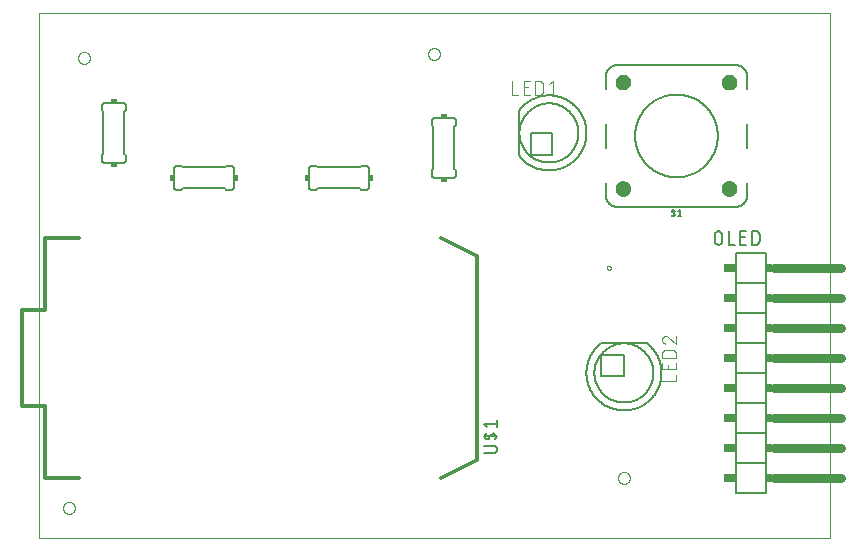
<source format=gto>
G75*
%MOIN*%
%OFA0B0*%
%FSLAX25Y25*%
%IPPOS*%
%LPD*%
%AMOC8*
5,1,8,0,0,1.08239X$1,22.5*
%
%ADD10C,0.00000*%
%ADD11C,0.00500*%
%ADD12C,0.00400*%
%ADD13C,0.00600*%
%ADD14C,0.03000*%
%ADD15R,0.02000X0.03000*%
%ADD16R,0.04000X0.03000*%
%ADD17R,0.01500X0.02000*%
%ADD18R,0.02000X0.01500*%
%ADD19C,0.00800*%
%ADD20C,0.02756*%
%ADD21C,0.01200*%
D10*
X0007100Y0001000D02*
X0007100Y0175961D01*
X0270801Y0175961D01*
X0270801Y0001000D01*
X0007100Y0001000D01*
X0015131Y0011000D02*
X0015133Y0011088D01*
X0015139Y0011176D01*
X0015149Y0011264D01*
X0015163Y0011352D01*
X0015180Y0011438D01*
X0015202Y0011524D01*
X0015227Y0011608D01*
X0015257Y0011692D01*
X0015289Y0011774D01*
X0015326Y0011854D01*
X0015366Y0011933D01*
X0015410Y0012010D01*
X0015457Y0012085D01*
X0015507Y0012157D01*
X0015561Y0012228D01*
X0015617Y0012295D01*
X0015677Y0012361D01*
X0015739Y0012423D01*
X0015805Y0012483D01*
X0015872Y0012539D01*
X0015943Y0012593D01*
X0016015Y0012643D01*
X0016090Y0012690D01*
X0016167Y0012734D01*
X0016246Y0012774D01*
X0016326Y0012811D01*
X0016408Y0012843D01*
X0016492Y0012873D01*
X0016576Y0012898D01*
X0016662Y0012920D01*
X0016748Y0012937D01*
X0016836Y0012951D01*
X0016924Y0012961D01*
X0017012Y0012967D01*
X0017100Y0012969D01*
X0017188Y0012967D01*
X0017276Y0012961D01*
X0017364Y0012951D01*
X0017452Y0012937D01*
X0017538Y0012920D01*
X0017624Y0012898D01*
X0017708Y0012873D01*
X0017792Y0012843D01*
X0017874Y0012811D01*
X0017954Y0012774D01*
X0018033Y0012734D01*
X0018110Y0012690D01*
X0018185Y0012643D01*
X0018257Y0012593D01*
X0018328Y0012539D01*
X0018395Y0012483D01*
X0018461Y0012423D01*
X0018523Y0012361D01*
X0018583Y0012295D01*
X0018639Y0012228D01*
X0018693Y0012157D01*
X0018743Y0012085D01*
X0018790Y0012010D01*
X0018834Y0011933D01*
X0018874Y0011854D01*
X0018911Y0011774D01*
X0018943Y0011692D01*
X0018973Y0011608D01*
X0018998Y0011524D01*
X0019020Y0011438D01*
X0019037Y0011352D01*
X0019051Y0011264D01*
X0019061Y0011176D01*
X0019067Y0011088D01*
X0019069Y0011000D01*
X0019067Y0010912D01*
X0019061Y0010824D01*
X0019051Y0010736D01*
X0019037Y0010648D01*
X0019020Y0010562D01*
X0018998Y0010476D01*
X0018973Y0010392D01*
X0018943Y0010308D01*
X0018911Y0010226D01*
X0018874Y0010146D01*
X0018834Y0010067D01*
X0018790Y0009990D01*
X0018743Y0009915D01*
X0018693Y0009843D01*
X0018639Y0009772D01*
X0018583Y0009705D01*
X0018523Y0009639D01*
X0018461Y0009577D01*
X0018395Y0009517D01*
X0018328Y0009461D01*
X0018257Y0009407D01*
X0018185Y0009357D01*
X0018110Y0009310D01*
X0018033Y0009266D01*
X0017954Y0009226D01*
X0017874Y0009189D01*
X0017792Y0009157D01*
X0017708Y0009127D01*
X0017624Y0009102D01*
X0017538Y0009080D01*
X0017452Y0009063D01*
X0017364Y0009049D01*
X0017276Y0009039D01*
X0017188Y0009033D01*
X0017100Y0009031D01*
X0017012Y0009033D01*
X0016924Y0009039D01*
X0016836Y0009049D01*
X0016748Y0009063D01*
X0016662Y0009080D01*
X0016576Y0009102D01*
X0016492Y0009127D01*
X0016408Y0009157D01*
X0016326Y0009189D01*
X0016246Y0009226D01*
X0016167Y0009266D01*
X0016090Y0009310D01*
X0016015Y0009357D01*
X0015943Y0009407D01*
X0015872Y0009461D01*
X0015805Y0009517D01*
X0015739Y0009577D01*
X0015677Y0009639D01*
X0015617Y0009705D01*
X0015561Y0009772D01*
X0015507Y0009843D01*
X0015457Y0009915D01*
X0015410Y0009990D01*
X0015366Y0010067D01*
X0015326Y0010146D01*
X0015289Y0010226D01*
X0015257Y0010308D01*
X0015227Y0010392D01*
X0015202Y0010476D01*
X0015180Y0010562D01*
X0015163Y0010648D01*
X0015149Y0010736D01*
X0015139Y0010824D01*
X0015133Y0010912D01*
X0015131Y0011000D01*
X0196411Y0091000D02*
X0196413Y0091052D01*
X0196419Y0091104D01*
X0196429Y0091155D01*
X0196442Y0091205D01*
X0196460Y0091255D01*
X0196481Y0091302D01*
X0196505Y0091348D01*
X0196534Y0091392D01*
X0196565Y0091434D01*
X0196599Y0091473D01*
X0196636Y0091510D01*
X0196676Y0091543D01*
X0196719Y0091574D01*
X0196763Y0091601D01*
X0196809Y0091625D01*
X0196858Y0091645D01*
X0196907Y0091661D01*
X0196958Y0091674D01*
X0197009Y0091683D01*
X0197061Y0091688D01*
X0197113Y0091689D01*
X0197165Y0091686D01*
X0197217Y0091679D01*
X0197268Y0091668D01*
X0197318Y0091654D01*
X0197367Y0091635D01*
X0197414Y0091613D01*
X0197459Y0091588D01*
X0197503Y0091559D01*
X0197544Y0091527D01*
X0197583Y0091492D01*
X0197618Y0091454D01*
X0197651Y0091413D01*
X0197681Y0091371D01*
X0197707Y0091326D01*
X0197730Y0091279D01*
X0197749Y0091230D01*
X0197765Y0091180D01*
X0197777Y0091130D01*
X0197785Y0091078D01*
X0197789Y0091026D01*
X0197789Y0090974D01*
X0197785Y0090922D01*
X0197777Y0090870D01*
X0197765Y0090820D01*
X0197749Y0090770D01*
X0197730Y0090721D01*
X0197707Y0090674D01*
X0197681Y0090629D01*
X0197651Y0090587D01*
X0197618Y0090546D01*
X0197583Y0090508D01*
X0197544Y0090473D01*
X0197503Y0090441D01*
X0197459Y0090412D01*
X0197414Y0090387D01*
X0197367Y0090365D01*
X0197318Y0090346D01*
X0197268Y0090332D01*
X0197217Y0090321D01*
X0197165Y0090314D01*
X0197113Y0090311D01*
X0197061Y0090312D01*
X0197009Y0090317D01*
X0196958Y0090326D01*
X0196907Y0090339D01*
X0196858Y0090355D01*
X0196809Y0090375D01*
X0196763Y0090399D01*
X0196719Y0090426D01*
X0196676Y0090457D01*
X0196636Y0090490D01*
X0196599Y0090527D01*
X0196565Y0090566D01*
X0196534Y0090608D01*
X0196505Y0090652D01*
X0196481Y0090698D01*
X0196460Y0090745D01*
X0196442Y0090795D01*
X0196429Y0090845D01*
X0196419Y0090896D01*
X0196413Y0090948D01*
X0196411Y0091000D01*
X0200131Y0021000D02*
X0200133Y0021088D01*
X0200139Y0021176D01*
X0200149Y0021264D01*
X0200163Y0021352D01*
X0200180Y0021438D01*
X0200202Y0021524D01*
X0200227Y0021608D01*
X0200257Y0021692D01*
X0200289Y0021774D01*
X0200326Y0021854D01*
X0200366Y0021933D01*
X0200410Y0022010D01*
X0200457Y0022085D01*
X0200507Y0022157D01*
X0200561Y0022228D01*
X0200617Y0022295D01*
X0200677Y0022361D01*
X0200739Y0022423D01*
X0200805Y0022483D01*
X0200872Y0022539D01*
X0200943Y0022593D01*
X0201015Y0022643D01*
X0201090Y0022690D01*
X0201167Y0022734D01*
X0201246Y0022774D01*
X0201326Y0022811D01*
X0201408Y0022843D01*
X0201492Y0022873D01*
X0201576Y0022898D01*
X0201662Y0022920D01*
X0201748Y0022937D01*
X0201836Y0022951D01*
X0201924Y0022961D01*
X0202012Y0022967D01*
X0202100Y0022969D01*
X0202188Y0022967D01*
X0202276Y0022961D01*
X0202364Y0022951D01*
X0202452Y0022937D01*
X0202538Y0022920D01*
X0202624Y0022898D01*
X0202708Y0022873D01*
X0202792Y0022843D01*
X0202874Y0022811D01*
X0202954Y0022774D01*
X0203033Y0022734D01*
X0203110Y0022690D01*
X0203185Y0022643D01*
X0203257Y0022593D01*
X0203328Y0022539D01*
X0203395Y0022483D01*
X0203461Y0022423D01*
X0203523Y0022361D01*
X0203583Y0022295D01*
X0203639Y0022228D01*
X0203693Y0022157D01*
X0203743Y0022085D01*
X0203790Y0022010D01*
X0203834Y0021933D01*
X0203874Y0021854D01*
X0203911Y0021774D01*
X0203943Y0021692D01*
X0203973Y0021608D01*
X0203998Y0021524D01*
X0204020Y0021438D01*
X0204037Y0021352D01*
X0204051Y0021264D01*
X0204061Y0021176D01*
X0204067Y0021088D01*
X0204069Y0021000D01*
X0204067Y0020912D01*
X0204061Y0020824D01*
X0204051Y0020736D01*
X0204037Y0020648D01*
X0204020Y0020562D01*
X0203998Y0020476D01*
X0203973Y0020392D01*
X0203943Y0020308D01*
X0203911Y0020226D01*
X0203874Y0020146D01*
X0203834Y0020067D01*
X0203790Y0019990D01*
X0203743Y0019915D01*
X0203693Y0019843D01*
X0203639Y0019772D01*
X0203583Y0019705D01*
X0203523Y0019639D01*
X0203461Y0019577D01*
X0203395Y0019517D01*
X0203328Y0019461D01*
X0203257Y0019407D01*
X0203185Y0019357D01*
X0203110Y0019310D01*
X0203033Y0019266D01*
X0202954Y0019226D01*
X0202874Y0019189D01*
X0202792Y0019157D01*
X0202708Y0019127D01*
X0202624Y0019102D01*
X0202538Y0019080D01*
X0202452Y0019063D01*
X0202364Y0019049D01*
X0202276Y0019039D01*
X0202188Y0019033D01*
X0202100Y0019031D01*
X0202012Y0019033D01*
X0201924Y0019039D01*
X0201836Y0019049D01*
X0201748Y0019063D01*
X0201662Y0019080D01*
X0201576Y0019102D01*
X0201492Y0019127D01*
X0201408Y0019157D01*
X0201326Y0019189D01*
X0201246Y0019226D01*
X0201167Y0019266D01*
X0201090Y0019310D01*
X0201015Y0019357D01*
X0200943Y0019407D01*
X0200872Y0019461D01*
X0200805Y0019517D01*
X0200739Y0019577D01*
X0200677Y0019639D01*
X0200617Y0019705D01*
X0200561Y0019772D01*
X0200507Y0019843D01*
X0200457Y0019915D01*
X0200410Y0019990D01*
X0200366Y0020067D01*
X0200326Y0020146D01*
X0200289Y0020226D01*
X0200257Y0020308D01*
X0200227Y0020392D01*
X0200202Y0020476D01*
X0200180Y0020562D01*
X0200163Y0020648D01*
X0200149Y0020736D01*
X0200139Y0020824D01*
X0200133Y0020912D01*
X0200131Y0021000D01*
X0020131Y0161000D02*
X0020133Y0161088D01*
X0020139Y0161176D01*
X0020149Y0161264D01*
X0020163Y0161352D01*
X0020180Y0161438D01*
X0020202Y0161524D01*
X0020227Y0161608D01*
X0020257Y0161692D01*
X0020289Y0161774D01*
X0020326Y0161854D01*
X0020366Y0161933D01*
X0020410Y0162010D01*
X0020457Y0162085D01*
X0020507Y0162157D01*
X0020561Y0162228D01*
X0020617Y0162295D01*
X0020677Y0162361D01*
X0020739Y0162423D01*
X0020805Y0162483D01*
X0020872Y0162539D01*
X0020943Y0162593D01*
X0021015Y0162643D01*
X0021090Y0162690D01*
X0021167Y0162734D01*
X0021246Y0162774D01*
X0021326Y0162811D01*
X0021408Y0162843D01*
X0021492Y0162873D01*
X0021576Y0162898D01*
X0021662Y0162920D01*
X0021748Y0162937D01*
X0021836Y0162951D01*
X0021924Y0162961D01*
X0022012Y0162967D01*
X0022100Y0162969D01*
X0022188Y0162967D01*
X0022276Y0162961D01*
X0022364Y0162951D01*
X0022452Y0162937D01*
X0022538Y0162920D01*
X0022624Y0162898D01*
X0022708Y0162873D01*
X0022792Y0162843D01*
X0022874Y0162811D01*
X0022954Y0162774D01*
X0023033Y0162734D01*
X0023110Y0162690D01*
X0023185Y0162643D01*
X0023257Y0162593D01*
X0023328Y0162539D01*
X0023395Y0162483D01*
X0023461Y0162423D01*
X0023523Y0162361D01*
X0023583Y0162295D01*
X0023639Y0162228D01*
X0023693Y0162157D01*
X0023743Y0162085D01*
X0023790Y0162010D01*
X0023834Y0161933D01*
X0023874Y0161854D01*
X0023911Y0161774D01*
X0023943Y0161692D01*
X0023973Y0161608D01*
X0023998Y0161524D01*
X0024020Y0161438D01*
X0024037Y0161352D01*
X0024051Y0161264D01*
X0024061Y0161176D01*
X0024067Y0161088D01*
X0024069Y0161000D01*
X0024067Y0160912D01*
X0024061Y0160824D01*
X0024051Y0160736D01*
X0024037Y0160648D01*
X0024020Y0160562D01*
X0023998Y0160476D01*
X0023973Y0160392D01*
X0023943Y0160308D01*
X0023911Y0160226D01*
X0023874Y0160146D01*
X0023834Y0160067D01*
X0023790Y0159990D01*
X0023743Y0159915D01*
X0023693Y0159843D01*
X0023639Y0159772D01*
X0023583Y0159705D01*
X0023523Y0159639D01*
X0023461Y0159577D01*
X0023395Y0159517D01*
X0023328Y0159461D01*
X0023257Y0159407D01*
X0023185Y0159357D01*
X0023110Y0159310D01*
X0023033Y0159266D01*
X0022954Y0159226D01*
X0022874Y0159189D01*
X0022792Y0159157D01*
X0022708Y0159127D01*
X0022624Y0159102D01*
X0022538Y0159080D01*
X0022452Y0159063D01*
X0022364Y0159049D01*
X0022276Y0159039D01*
X0022188Y0159033D01*
X0022100Y0159031D01*
X0022012Y0159033D01*
X0021924Y0159039D01*
X0021836Y0159049D01*
X0021748Y0159063D01*
X0021662Y0159080D01*
X0021576Y0159102D01*
X0021492Y0159127D01*
X0021408Y0159157D01*
X0021326Y0159189D01*
X0021246Y0159226D01*
X0021167Y0159266D01*
X0021090Y0159310D01*
X0021015Y0159357D01*
X0020943Y0159407D01*
X0020872Y0159461D01*
X0020805Y0159517D01*
X0020739Y0159577D01*
X0020677Y0159639D01*
X0020617Y0159705D01*
X0020561Y0159772D01*
X0020507Y0159843D01*
X0020457Y0159915D01*
X0020410Y0159990D01*
X0020366Y0160067D01*
X0020326Y0160146D01*
X0020289Y0160226D01*
X0020257Y0160308D01*
X0020227Y0160392D01*
X0020202Y0160476D01*
X0020180Y0160562D01*
X0020163Y0160648D01*
X0020149Y0160736D01*
X0020139Y0160824D01*
X0020133Y0160912D01*
X0020131Y0161000D01*
X0136831Y0162300D02*
X0136833Y0162388D01*
X0136839Y0162476D01*
X0136849Y0162564D01*
X0136863Y0162652D01*
X0136880Y0162738D01*
X0136902Y0162824D01*
X0136927Y0162908D01*
X0136957Y0162992D01*
X0136989Y0163074D01*
X0137026Y0163154D01*
X0137066Y0163233D01*
X0137110Y0163310D01*
X0137157Y0163385D01*
X0137207Y0163457D01*
X0137261Y0163528D01*
X0137317Y0163595D01*
X0137377Y0163661D01*
X0137439Y0163723D01*
X0137505Y0163783D01*
X0137572Y0163839D01*
X0137643Y0163893D01*
X0137715Y0163943D01*
X0137790Y0163990D01*
X0137867Y0164034D01*
X0137946Y0164074D01*
X0138026Y0164111D01*
X0138108Y0164143D01*
X0138192Y0164173D01*
X0138276Y0164198D01*
X0138362Y0164220D01*
X0138448Y0164237D01*
X0138536Y0164251D01*
X0138624Y0164261D01*
X0138712Y0164267D01*
X0138800Y0164269D01*
X0138888Y0164267D01*
X0138976Y0164261D01*
X0139064Y0164251D01*
X0139152Y0164237D01*
X0139238Y0164220D01*
X0139324Y0164198D01*
X0139408Y0164173D01*
X0139492Y0164143D01*
X0139574Y0164111D01*
X0139654Y0164074D01*
X0139733Y0164034D01*
X0139810Y0163990D01*
X0139885Y0163943D01*
X0139957Y0163893D01*
X0140028Y0163839D01*
X0140095Y0163783D01*
X0140161Y0163723D01*
X0140223Y0163661D01*
X0140283Y0163595D01*
X0140339Y0163528D01*
X0140393Y0163457D01*
X0140443Y0163385D01*
X0140490Y0163310D01*
X0140534Y0163233D01*
X0140574Y0163154D01*
X0140611Y0163074D01*
X0140643Y0162992D01*
X0140673Y0162908D01*
X0140698Y0162824D01*
X0140720Y0162738D01*
X0140737Y0162652D01*
X0140751Y0162564D01*
X0140761Y0162476D01*
X0140767Y0162388D01*
X0140769Y0162300D01*
X0140767Y0162212D01*
X0140761Y0162124D01*
X0140751Y0162036D01*
X0140737Y0161948D01*
X0140720Y0161862D01*
X0140698Y0161776D01*
X0140673Y0161692D01*
X0140643Y0161608D01*
X0140611Y0161526D01*
X0140574Y0161446D01*
X0140534Y0161367D01*
X0140490Y0161290D01*
X0140443Y0161215D01*
X0140393Y0161143D01*
X0140339Y0161072D01*
X0140283Y0161005D01*
X0140223Y0160939D01*
X0140161Y0160877D01*
X0140095Y0160817D01*
X0140028Y0160761D01*
X0139957Y0160707D01*
X0139885Y0160657D01*
X0139810Y0160610D01*
X0139733Y0160566D01*
X0139654Y0160526D01*
X0139574Y0160489D01*
X0139492Y0160457D01*
X0139408Y0160427D01*
X0139324Y0160402D01*
X0139238Y0160380D01*
X0139152Y0160363D01*
X0139064Y0160349D01*
X0138976Y0160339D01*
X0138888Y0160333D01*
X0138800Y0160331D01*
X0138712Y0160333D01*
X0138624Y0160339D01*
X0138536Y0160349D01*
X0138448Y0160363D01*
X0138362Y0160380D01*
X0138276Y0160402D01*
X0138192Y0160427D01*
X0138108Y0160457D01*
X0138026Y0160489D01*
X0137946Y0160526D01*
X0137867Y0160566D01*
X0137790Y0160610D01*
X0137715Y0160657D01*
X0137643Y0160707D01*
X0137572Y0160761D01*
X0137505Y0160817D01*
X0137439Y0160877D01*
X0137377Y0160939D01*
X0137317Y0161005D01*
X0137261Y0161072D01*
X0137207Y0161143D01*
X0137157Y0161215D01*
X0137110Y0161290D01*
X0137066Y0161367D01*
X0137026Y0161446D01*
X0136989Y0161526D01*
X0136957Y0161608D01*
X0136927Y0161692D01*
X0136902Y0161776D01*
X0136880Y0161862D01*
X0136863Y0161948D01*
X0136849Y0162036D01*
X0136839Y0162124D01*
X0136833Y0162212D01*
X0136831Y0162300D01*
D11*
X0167100Y0143500D02*
X0167100Y0128500D01*
X0171100Y0128500D02*
X0171100Y0136000D01*
X0178100Y0136000D01*
X0178100Y0128500D01*
X0171100Y0128500D01*
X0167257Y0136000D02*
X0167260Y0136242D01*
X0167269Y0136483D01*
X0167284Y0136724D01*
X0167304Y0136965D01*
X0167331Y0137205D01*
X0167364Y0137444D01*
X0167402Y0137683D01*
X0167446Y0137920D01*
X0167496Y0138157D01*
X0167552Y0138392D01*
X0167614Y0138625D01*
X0167681Y0138857D01*
X0167754Y0139088D01*
X0167832Y0139316D01*
X0167917Y0139542D01*
X0168006Y0139767D01*
X0168101Y0139989D01*
X0168202Y0140208D01*
X0168308Y0140426D01*
X0168419Y0140640D01*
X0168536Y0140852D01*
X0168657Y0141060D01*
X0168784Y0141266D01*
X0168916Y0141468D01*
X0169053Y0141668D01*
X0169194Y0141863D01*
X0169340Y0142056D01*
X0169491Y0142244D01*
X0169647Y0142429D01*
X0169807Y0142610D01*
X0169971Y0142787D01*
X0170140Y0142960D01*
X0170313Y0143129D01*
X0170490Y0143293D01*
X0170671Y0143453D01*
X0170856Y0143609D01*
X0171044Y0143760D01*
X0171237Y0143906D01*
X0171432Y0144047D01*
X0171632Y0144184D01*
X0171834Y0144316D01*
X0172040Y0144443D01*
X0172248Y0144564D01*
X0172460Y0144681D01*
X0172674Y0144792D01*
X0172892Y0144898D01*
X0173111Y0144999D01*
X0173333Y0145094D01*
X0173558Y0145183D01*
X0173784Y0145268D01*
X0174012Y0145346D01*
X0174243Y0145419D01*
X0174475Y0145486D01*
X0174708Y0145548D01*
X0174943Y0145604D01*
X0175180Y0145654D01*
X0175417Y0145698D01*
X0175656Y0145736D01*
X0175895Y0145769D01*
X0176135Y0145796D01*
X0176376Y0145816D01*
X0176617Y0145831D01*
X0176858Y0145840D01*
X0177100Y0145843D01*
X0177342Y0145840D01*
X0177583Y0145831D01*
X0177824Y0145816D01*
X0178065Y0145796D01*
X0178305Y0145769D01*
X0178544Y0145736D01*
X0178783Y0145698D01*
X0179020Y0145654D01*
X0179257Y0145604D01*
X0179492Y0145548D01*
X0179725Y0145486D01*
X0179957Y0145419D01*
X0180188Y0145346D01*
X0180416Y0145268D01*
X0180642Y0145183D01*
X0180867Y0145094D01*
X0181089Y0144999D01*
X0181308Y0144898D01*
X0181526Y0144792D01*
X0181740Y0144681D01*
X0181952Y0144564D01*
X0182160Y0144443D01*
X0182366Y0144316D01*
X0182568Y0144184D01*
X0182768Y0144047D01*
X0182963Y0143906D01*
X0183156Y0143760D01*
X0183344Y0143609D01*
X0183529Y0143453D01*
X0183710Y0143293D01*
X0183887Y0143129D01*
X0184060Y0142960D01*
X0184229Y0142787D01*
X0184393Y0142610D01*
X0184553Y0142429D01*
X0184709Y0142244D01*
X0184860Y0142056D01*
X0185006Y0141863D01*
X0185147Y0141668D01*
X0185284Y0141468D01*
X0185416Y0141266D01*
X0185543Y0141060D01*
X0185664Y0140852D01*
X0185781Y0140640D01*
X0185892Y0140426D01*
X0185998Y0140208D01*
X0186099Y0139989D01*
X0186194Y0139767D01*
X0186283Y0139542D01*
X0186368Y0139316D01*
X0186446Y0139088D01*
X0186519Y0138857D01*
X0186586Y0138625D01*
X0186648Y0138392D01*
X0186704Y0138157D01*
X0186754Y0137920D01*
X0186798Y0137683D01*
X0186836Y0137444D01*
X0186869Y0137205D01*
X0186896Y0136965D01*
X0186916Y0136724D01*
X0186931Y0136483D01*
X0186940Y0136242D01*
X0186943Y0136000D01*
X0186940Y0135758D01*
X0186931Y0135517D01*
X0186916Y0135276D01*
X0186896Y0135035D01*
X0186869Y0134795D01*
X0186836Y0134556D01*
X0186798Y0134317D01*
X0186754Y0134080D01*
X0186704Y0133843D01*
X0186648Y0133608D01*
X0186586Y0133375D01*
X0186519Y0133143D01*
X0186446Y0132912D01*
X0186368Y0132684D01*
X0186283Y0132458D01*
X0186194Y0132233D01*
X0186099Y0132011D01*
X0185998Y0131792D01*
X0185892Y0131574D01*
X0185781Y0131360D01*
X0185664Y0131148D01*
X0185543Y0130940D01*
X0185416Y0130734D01*
X0185284Y0130532D01*
X0185147Y0130332D01*
X0185006Y0130137D01*
X0184860Y0129944D01*
X0184709Y0129756D01*
X0184553Y0129571D01*
X0184393Y0129390D01*
X0184229Y0129213D01*
X0184060Y0129040D01*
X0183887Y0128871D01*
X0183710Y0128707D01*
X0183529Y0128547D01*
X0183344Y0128391D01*
X0183156Y0128240D01*
X0182963Y0128094D01*
X0182768Y0127953D01*
X0182568Y0127816D01*
X0182366Y0127684D01*
X0182160Y0127557D01*
X0181952Y0127436D01*
X0181740Y0127319D01*
X0181526Y0127208D01*
X0181308Y0127102D01*
X0181089Y0127001D01*
X0180867Y0126906D01*
X0180642Y0126817D01*
X0180416Y0126732D01*
X0180188Y0126654D01*
X0179957Y0126581D01*
X0179725Y0126514D01*
X0179492Y0126452D01*
X0179257Y0126396D01*
X0179020Y0126346D01*
X0178783Y0126302D01*
X0178544Y0126264D01*
X0178305Y0126231D01*
X0178065Y0126204D01*
X0177824Y0126184D01*
X0177583Y0126169D01*
X0177342Y0126160D01*
X0177100Y0126157D01*
X0176858Y0126160D01*
X0176617Y0126169D01*
X0176376Y0126184D01*
X0176135Y0126204D01*
X0175895Y0126231D01*
X0175656Y0126264D01*
X0175417Y0126302D01*
X0175180Y0126346D01*
X0174943Y0126396D01*
X0174708Y0126452D01*
X0174475Y0126514D01*
X0174243Y0126581D01*
X0174012Y0126654D01*
X0173784Y0126732D01*
X0173558Y0126817D01*
X0173333Y0126906D01*
X0173111Y0127001D01*
X0172892Y0127102D01*
X0172674Y0127208D01*
X0172460Y0127319D01*
X0172248Y0127436D01*
X0172040Y0127557D01*
X0171834Y0127684D01*
X0171632Y0127816D01*
X0171432Y0127953D01*
X0171237Y0128094D01*
X0171044Y0128240D01*
X0170856Y0128391D01*
X0170671Y0128547D01*
X0170490Y0128707D01*
X0170313Y0128871D01*
X0170140Y0129040D01*
X0169971Y0129213D01*
X0169807Y0129390D01*
X0169647Y0129571D01*
X0169491Y0129756D01*
X0169340Y0129944D01*
X0169194Y0130137D01*
X0169053Y0130332D01*
X0168916Y0130532D01*
X0168784Y0130734D01*
X0168657Y0130940D01*
X0168536Y0131148D01*
X0168419Y0131360D01*
X0168308Y0131574D01*
X0168202Y0131792D01*
X0168101Y0132011D01*
X0168006Y0132233D01*
X0167917Y0132458D01*
X0167832Y0132684D01*
X0167754Y0132912D01*
X0167681Y0133143D01*
X0167614Y0133375D01*
X0167552Y0133608D01*
X0167496Y0133843D01*
X0167446Y0134080D01*
X0167402Y0134317D01*
X0167364Y0134556D01*
X0167331Y0134795D01*
X0167304Y0135035D01*
X0167284Y0135276D01*
X0167269Y0135517D01*
X0167260Y0135758D01*
X0167257Y0136000D01*
X0167100Y0128500D02*
X0167287Y0128257D01*
X0167479Y0128019D01*
X0167678Y0127786D01*
X0167882Y0127558D01*
X0168091Y0127335D01*
X0168306Y0127117D01*
X0168526Y0126904D01*
X0168751Y0126697D01*
X0168982Y0126495D01*
X0169217Y0126299D01*
X0169457Y0126109D01*
X0169701Y0125925D01*
X0169950Y0125747D01*
X0170204Y0125575D01*
X0170461Y0125409D01*
X0170722Y0125249D01*
X0170987Y0125096D01*
X0171256Y0124950D01*
X0171529Y0124810D01*
X0171804Y0124677D01*
X0172083Y0124551D01*
X0172365Y0124431D01*
X0172650Y0124319D01*
X0172937Y0124214D01*
X0173227Y0124115D01*
X0173519Y0124024D01*
X0173814Y0123940D01*
X0174110Y0123863D01*
X0174408Y0123793D01*
X0174708Y0123731D01*
X0175009Y0123676D01*
X0175311Y0123629D01*
X0175615Y0123589D01*
X0175919Y0123556D01*
X0176224Y0123531D01*
X0176530Y0123513D01*
X0176836Y0123503D01*
X0177142Y0123500D01*
X0177448Y0123505D01*
X0177754Y0123517D01*
X0178060Y0123537D01*
X0178364Y0123564D01*
X0178669Y0123599D01*
X0178972Y0123641D01*
X0179274Y0123690D01*
X0179575Y0123747D01*
X0179874Y0123812D01*
X0180172Y0123883D01*
X0180467Y0123962D01*
X0180761Y0124048D01*
X0181053Y0124141D01*
X0181342Y0124242D01*
X0181629Y0124349D01*
X0181913Y0124464D01*
X0182194Y0124585D01*
X0182472Y0124713D01*
X0182747Y0124848D01*
X0183018Y0124990D01*
X0183286Y0125138D01*
X0183550Y0125293D01*
X0183810Y0125454D01*
X0184066Y0125621D01*
X0184319Y0125795D01*
X0184566Y0125975D01*
X0184810Y0126161D01*
X0185048Y0126352D01*
X0185282Y0126550D01*
X0185511Y0126753D01*
X0185735Y0126962D01*
X0185954Y0127176D01*
X0186167Y0127396D01*
X0186375Y0127620D01*
X0186578Y0127850D01*
X0186774Y0128084D01*
X0186965Y0128324D01*
X0187150Y0128567D01*
X0187329Y0128816D01*
X0187502Y0129068D01*
X0187669Y0129325D01*
X0187829Y0129586D01*
X0187983Y0129851D01*
X0188130Y0130119D01*
X0188271Y0130391D01*
X0188405Y0130666D01*
X0188532Y0130945D01*
X0188653Y0131226D01*
X0188766Y0131511D01*
X0188872Y0131798D01*
X0188972Y0132087D01*
X0189064Y0132379D01*
X0189149Y0132673D01*
X0189227Y0132969D01*
X0189298Y0133267D01*
X0189361Y0133567D01*
X0189417Y0133868D01*
X0189465Y0134170D01*
X0189506Y0134473D01*
X0189540Y0134777D01*
X0189566Y0135082D01*
X0189585Y0135388D01*
X0189596Y0135694D01*
X0189600Y0136000D01*
X0189596Y0136306D01*
X0189585Y0136612D01*
X0189566Y0136918D01*
X0189540Y0137223D01*
X0189506Y0137527D01*
X0189465Y0137830D01*
X0189417Y0138132D01*
X0189361Y0138433D01*
X0189298Y0138733D01*
X0189227Y0139031D01*
X0189149Y0139327D01*
X0189064Y0139621D01*
X0188972Y0139913D01*
X0188872Y0140202D01*
X0188766Y0140489D01*
X0188653Y0140774D01*
X0188532Y0141055D01*
X0188405Y0141334D01*
X0188271Y0141609D01*
X0188130Y0141881D01*
X0187983Y0142149D01*
X0187829Y0142414D01*
X0187669Y0142675D01*
X0187502Y0142932D01*
X0187329Y0143184D01*
X0187150Y0143433D01*
X0186965Y0143676D01*
X0186774Y0143916D01*
X0186578Y0144150D01*
X0186375Y0144380D01*
X0186167Y0144604D01*
X0185954Y0144824D01*
X0185735Y0145038D01*
X0185511Y0145247D01*
X0185282Y0145450D01*
X0185048Y0145648D01*
X0184810Y0145839D01*
X0184566Y0146025D01*
X0184319Y0146205D01*
X0184066Y0146379D01*
X0183810Y0146546D01*
X0183550Y0146707D01*
X0183286Y0146862D01*
X0183018Y0147010D01*
X0182747Y0147152D01*
X0182472Y0147287D01*
X0182194Y0147415D01*
X0181913Y0147536D01*
X0181629Y0147651D01*
X0181342Y0147758D01*
X0181053Y0147859D01*
X0180761Y0147952D01*
X0180467Y0148038D01*
X0180172Y0148117D01*
X0179874Y0148188D01*
X0179575Y0148253D01*
X0179274Y0148310D01*
X0178972Y0148359D01*
X0178669Y0148401D01*
X0178364Y0148436D01*
X0178060Y0148463D01*
X0177754Y0148483D01*
X0177448Y0148495D01*
X0177142Y0148500D01*
X0176836Y0148497D01*
X0176530Y0148487D01*
X0176224Y0148469D01*
X0175919Y0148444D01*
X0175615Y0148411D01*
X0175311Y0148371D01*
X0175009Y0148324D01*
X0174708Y0148269D01*
X0174408Y0148207D01*
X0174110Y0148137D01*
X0173814Y0148060D01*
X0173519Y0147976D01*
X0173227Y0147885D01*
X0172937Y0147786D01*
X0172650Y0147681D01*
X0172365Y0147569D01*
X0172083Y0147449D01*
X0171804Y0147323D01*
X0171529Y0147190D01*
X0171256Y0147050D01*
X0170987Y0146904D01*
X0170722Y0146751D01*
X0170461Y0146591D01*
X0170204Y0146425D01*
X0169950Y0146253D01*
X0169701Y0146075D01*
X0169457Y0145891D01*
X0169217Y0145701D01*
X0168982Y0145505D01*
X0168751Y0145303D01*
X0168526Y0145096D01*
X0168306Y0144883D01*
X0168091Y0144665D01*
X0167882Y0144442D01*
X0167678Y0144214D01*
X0167479Y0143981D01*
X0167287Y0143743D01*
X0167100Y0143500D01*
X0218081Y0109828D02*
X0218083Y0109867D01*
X0218088Y0109906D01*
X0218097Y0109943D01*
X0218109Y0109980D01*
X0218125Y0110016D01*
X0218144Y0110050D01*
X0218166Y0110082D01*
X0218191Y0110112D01*
X0218219Y0110140D01*
X0218249Y0110165D01*
X0218281Y0110187D01*
X0218315Y0110206D01*
X0218351Y0110222D01*
X0218388Y0110234D01*
X0218425Y0110243D01*
X0218464Y0110248D01*
X0218503Y0110250D01*
X0218081Y0109828D02*
X0218083Y0109788D01*
X0218089Y0109747D01*
X0218098Y0109708D01*
X0218111Y0109670D01*
X0218128Y0109633D01*
X0218148Y0109598D01*
X0218171Y0109565D01*
X0218198Y0109534D01*
X0218227Y0109506D01*
X0218258Y0109481D01*
X0218292Y0109458D01*
X0218873Y0109142D01*
X0218662Y0108350D02*
X0218603Y0108352D01*
X0218545Y0108358D01*
X0218487Y0108367D01*
X0218430Y0108381D01*
X0218374Y0108398D01*
X0218319Y0108419D01*
X0218266Y0108443D01*
X0218214Y0108471D01*
X0218164Y0108502D01*
X0218117Y0108536D01*
X0218071Y0108574D01*
X0218029Y0108614D01*
X0218873Y0109142D02*
X0218907Y0109119D01*
X0218938Y0109094D01*
X0218967Y0109066D01*
X0218994Y0109035D01*
X0219017Y0109002D01*
X0219037Y0108967D01*
X0219054Y0108930D01*
X0219067Y0108892D01*
X0219076Y0108853D01*
X0219082Y0108812D01*
X0219084Y0108772D01*
X0219082Y0108733D01*
X0219077Y0108694D01*
X0219068Y0108657D01*
X0219056Y0108620D01*
X0219040Y0108584D01*
X0219021Y0108550D01*
X0218999Y0108518D01*
X0218974Y0108488D01*
X0218946Y0108460D01*
X0218916Y0108435D01*
X0218884Y0108413D01*
X0218850Y0108394D01*
X0218814Y0108378D01*
X0218777Y0108366D01*
X0218740Y0108357D01*
X0218701Y0108352D01*
X0218662Y0108350D01*
X0218978Y0110092D02*
X0218936Y0110121D01*
X0218893Y0110147D01*
X0218848Y0110171D01*
X0218801Y0110192D01*
X0218753Y0110209D01*
X0218705Y0110224D01*
X0218655Y0110235D01*
X0218605Y0110243D01*
X0218554Y0110248D01*
X0218503Y0110250D01*
X0220116Y0109828D02*
X0220644Y0110250D01*
X0220644Y0108350D01*
X0220116Y0108350D02*
X0221172Y0108350D01*
X0232350Y0102000D02*
X0232350Y0100000D01*
X0232352Y0099931D01*
X0232358Y0099862D01*
X0232367Y0099794D01*
X0232380Y0099727D01*
X0232397Y0099660D01*
X0232418Y0099594D01*
X0232442Y0099530D01*
X0232470Y0099467D01*
X0232501Y0099405D01*
X0232535Y0099345D01*
X0232573Y0099288D01*
X0232614Y0099232D01*
X0232657Y0099179D01*
X0232704Y0099128D01*
X0232753Y0099080D01*
X0232805Y0099035D01*
X0232860Y0098993D01*
X0232916Y0098954D01*
X0232975Y0098917D01*
X0233036Y0098885D01*
X0233098Y0098855D01*
X0233162Y0098829D01*
X0233227Y0098807D01*
X0233293Y0098788D01*
X0233360Y0098773D01*
X0233428Y0098762D01*
X0233497Y0098754D01*
X0233566Y0098750D01*
X0233634Y0098750D01*
X0233703Y0098754D01*
X0233772Y0098762D01*
X0233840Y0098773D01*
X0233907Y0098788D01*
X0233973Y0098807D01*
X0234038Y0098829D01*
X0234102Y0098855D01*
X0234164Y0098885D01*
X0234225Y0098917D01*
X0234284Y0098954D01*
X0234340Y0098993D01*
X0234395Y0099035D01*
X0234447Y0099080D01*
X0234496Y0099128D01*
X0234543Y0099179D01*
X0234586Y0099232D01*
X0234627Y0099288D01*
X0234665Y0099345D01*
X0234699Y0099405D01*
X0234730Y0099467D01*
X0234758Y0099530D01*
X0234782Y0099594D01*
X0234803Y0099660D01*
X0234820Y0099727D01*
X0234833Y0099794D01*
X0234842Y0099862D01*
X0234848Y0099931D01*
X0234850Y0100000D01*
X0234850Y0102000D01*
X0234848Y0102069D01*
X0234842Y0102138D01*
X0234833Y0102206D01*
X0234820Y0102273D01*
X0234803Y0102340D01*
X0234782Y0102406D01*
X0234758Y0102470D01*
X0234730Y0102533D01*
X0234699Y0102595D01*
X0234665Y0102655D01*
X0234627Y0102712D01*
X0234586Y0102768D01*
X0234543Y0102821D01*
X0234496Y0102872D01*
X0234447Y0102920D01*
X0234395Y0102965D01*
X0234340Y0103007D01*
X0234284Y0103046D01*
X0234225Y0103083D01*
X0234164Y0103115D01*
X0234102Y0103145D01*
X0234038Y0103171D01*
X0233973Y0103193D01*
X0233907Y0103212D01*
X0233840Y0103227D01*
X0233772Y0103238D01*
X0233703Y0103246D01*
X0233634Y0103250D01*
X0233566Y0103250D01*
X0233497Y0103246D01*
X0233428Y0103238D01*
X0233360Y0103227D01*
X0233293Y0103212D01*
X0233227Y0103193D01*
X0233162Y0103171D01*
X0233098Y0103145D01*
X0233036Y0103115D01*
X0232975Y0103083D01*
X0232916Y0103046D01*
X0232860Y0103007D01*
X0232805Y0102965D01*
X0232753Y0102920D01*
X0232704Y0102872D01*
X0232657Y0102821D01*
X0232614Y0102768D01*
X0232573Y0102712D01*
X0232535Y0102655D01*
X0232501Y0102595D01*
X0232470Y0102533D01*
X0232442Y0102470D01*
X0232418Y0102406D01*
X0232397Y0102340D01*
X0232380Y0102273D01*
X0232367Y0102206D01*
X0232358Y0102138D01*
X0232352Y0102069D01*
X0232350Y0102000D01*
X0237010Y0103250D02*
X0237010Y0098750D01*
X0239010Y0098750D01*
X0240910Y0098750D02*
X0240910Y0103250D01*
X0242910Y0103250D01*
X0244800Y0103250D02*
X0246050Y0103250D01*
X0246118Y0103248D01*
X0246185Y0103243D01*
X0246252Y0103234D01*
X0246319Y0103221D01*
X0246384Y0103204D01*
X0246449Y0103185D01*
X0246513Y0103161D01*
X0246575Y0103134D01*
X0246636Y0103104D01*
X0246694Y0103071D01*
X0246751Y0103035D01*
X0246806Y0102995D01*
X0246859Y0102953D01*
X0246910Y0102907D01*
X0246957Y0102860D01*
X0247003Y0102809D01*
X0247045Y0102756D01*
X0247085Y0102701D01*
X0247121Y0102644D01*
X0247154Y0102586D01*
X0247184Y0102525D01*
X0247211Y0102463D01*
X0247235Y0102399D01*
X0247254Y0102334D01*
X0247271Y0102269D01*
X0247284Y0102202D01*
X0247293Y0102135D01*
X0247298Y0102068D01*
X0247300Y0102000D01*
X0247300Y0100000D01*
X0247298Y0099932D01*
X0247293Y0099865D01*
X0247284Y0099798D01*
X0247271Y0099731D01*
X0247254Y0099666D01*
X0247235Y0099601D01*
X0247211Y0099537D01*
X0247184Y0099475D01*
X0247154Y0099414D01*
X0247121Y0099356D01*
X0247085Y0099299D01*
X0247045Y0099244D01*
X0247003Y0099191D01*
X0246957Y0099140D01*
X0246910Y0099093D01*
X0246859Y0099047D01*
X0246806Y0099005D01*
X0246751Y0098965D01*
X0246694Y0098929D01*
X0246636Y0098896D01*
X0246575Y0098866D01*
X0246513Y0098839D01*
X0246449Y0098815D01*
X0246384Y0098796D01*
X0246319Y0098779D01*
X0246252Y0098766D01*
X0246185Y0098757D01*
X0246118Y0098752D01*
X0246050Y0098750D01*
X0244800Y0098750D01*
X0244800Y0103250D01*
X0242410Y0101250D02*
X0240910Y0101250D01*
X0240910Y0098750D02*
X0242910Y0098750D01*
X0209600Y0066000D02*
X0194600Y0066000D01*
X0194600Y0062000D02*
X0202100Y0062000D01*
X0202100Y0055000D01*
X0194600Y0055000D01*
X0194600Y0062000D01*
X0192257Y0056000D02*
X0192260Y0056242D01*
X0192269Y0056483D01*
X0192284Y0056724D01*
X0192304Y0056965D01*
X0192331Y0057205D01*
X0192364Y0057444D01*
X0192402Y0057683D01*
X0192446Y0057920D01*
X0192496Y0058157D01*
X0192552Y0058392D01*
X0192614Y0058625D01*
X0192681Y0058857D01*
X0192754Y0059088D01*
X0192832Y0059316D01*
X0192917Y0059542D01*
X0193006Y0059767D01*
X0193101Y0059989D01*
X0193202Y0060208D01*
X0193308Y0060426D01*
X0193419Y0060640D01*
X0193536Y0060852D01*
X0193657Y0061060D01*
X0193784Y0061266D01*
X0193916Y0061468D01*
X0194053Y0061668D01*
X0194194Y0061863D01*
X0194340Y0062056D01*
X0194491Y0062244D01*
X0194647Y0062429D01*
X0194807Y0062610D01*
X0194971Y0062787D01*
X0195140Y0062960D01*
X0195313Y0063129D01*
X0195490Y0063293D01*
X0195671Y0063453D01*
X0195856Y0063609D01*
X0196044Y0063760D01*
X0196237Y0063906D01*
X0196432Y0064047D01*
X0196632Y0064184D01*
X0196834Y0064316D01*
X0197040Y0064443D01*
X0197248Y0064564D01*
X0197460Y0064681D01*
X0197674Y0064792D01*
X0197892Y0064898D01*
X0198111Y0064999D01*
X0198333Y0065094D01*
X0198558Y0065183D01*
X0198784Y0065268D01*
X0199012Y0065346D01*
X0199243Y0065419D01*
X0199475Y0065486D01*
X0199708Y0065548D01*
X0199943Y0065604D01*
X0200180Y0065654D01*
X0200417Y0065698D01*
X0200656Y0065736D01*
X0200895Y0065769D01*
X0201135Y0065796D01*
X0201376Y0065816D01*
X0201617Y0065831D01*
X0201858Y0065840D01*
X0202100Y0065843D01*
X0202342Y0065840D01*
X0202583Y0065831D01*
X0202824Y0065816D01*
X0203065Y0065796D01*
X0203305Y0065769D01*
X0203544Y0065736D01*
X0203783Y0065698D01*
X0204020Y0065654D01*
X0204257Y0065604D01*
X0204492Y0065548D01*
X0204725Y0065486D01*
X0204957Y0065419D01*
X0205188Y0065346D01*
X0205416Y0065268D01*
X0205642Y0065183D01*
X0205867Y0065094D01*
X0206089Y0064999D01*
X0206308Y0064898D01*
X0206526Y0064792D01*
X0206740Y0064681D01*
X0206952Y0064564D01*
X0207160Y0064443D01*
X0207366Y0064316D01*
X0207568Y0064184D01*
X0207768Y0064047D01*
X0207963Y0063906D01*
X0208156Y0063760D01*
X0208344Y0063609D01*
X0208529Y0063453D01*
X0208710Y0063293D01*
X0208887Y0063129D01*
X0209060Y0062960D01*
X0209229Y0062787D01*
X0209393Y0062610D01*
X0209553Y0062429D01*
X0209709Y0062244D01*
X0209860Y0062056D01*
X0210006Y0061863D01*
X0210147Y0061668D01*
X0210284Y0061468D01*
X0210416Y0061266D01*
X0210543Y0061060D01*
X0210664Y0060852D01*
X0210781Y0060640D01*
X0210892Y0060426D01*
X0210998Y0060208D01*
X0211099Y0059989D01*
X0211194Y0059767D01*
X0211283Y0059542D01*
X0211368Y0059316D01*
X0211446Y0059088D01*
X0211519Y0058857D01*
X0211586Y0058625D01*
X0211648Y0058392D01*
X0211704Y0058157D01*
X0211754Y0057920D01*
X0211798Y0057683D01*
X0211836Y0057444D01*
X0211869Y0057205D01*
X0211896Y0056965D01*
X0211916Y0056724D01*
X0211931Y0056483D01*
X0211940Y0056242D01*
X0211943Y0056000D01*
X0211940Y0055758D01*
X0211931Y0055517D01*
X0211916Y0055276D01*
X0211896Y0055035D01*
X0211869Y0054795D01*
X0211836Y0054556D01*
X0211798Y0054317D01*
X0211754Y0054080D01*
X0211704Y0053843D01*
X0211648Y0053608D01*
X0211586Y0053375D01*
X0211519Y0053143D01*
X0211446Y0052912D01*
X0211368Y0052684D01*
X0211283Y0052458D01*
X0211194Y0052233D01*
X0211099Y0052011D01*
X0210998Y0051792D01*
X0210892Y0051574D01*
X0210781Y0051360D01*
X0210664Y0051148D01*
X0210543Y0050940D01*
X0210416Y0050734D01*
X0210284Y0050532D01*
X0210147Y0050332D01*
X0210006Y0050137D01*
X0209860Y0049944D01*
X0209709Y0049756D01*
X0209553Y0049571D01*
X0209393Y0049390D01*
X0209229Y0049213D01*
X0209060Y0049040D01*
X0208887Y0048871D01*
X0208710Y0048707D01*
X0208529Y0048547D01*
X0208344Y0048391D01*
X0208156Y0048240D01*
X0207963Y0048094D01*
X0207768Y0047953D01*
X0207568Y0047816D01*
X0207366Y0047684D01*
X0207160Y0047557D01*
X0206952Y0047436D01*
X0206740Y0047319D01*
X0206526Y0047208D01*
X0206308Y0047102D01*
X0206089Y0047001D01*
X0205867Y0046906D01*
X0205642Y0046817D01*
X0205416Y0046732D01*
X0205188Y0046654D01*
X0204957Y0046581D01*
X0204725Y0046514D01*
X0204492Y0046452D01*
X0204257Y0046396D01*
X0204020Y0046346D01*
X0203783Y0046302D01*
X0203544Y0046264D01*
X0203305Y0046231D01*
X0203065Y0046204D01*
X0202824Y0046184D01*
X0202583Y0046169D01*
X0202342Y0046160D01*
X0202100Y0046157D01*
X0201858Y0046160D01*
X0201617Y0046169D01*
X0201376Y0046184D01*
X0201135Y0046204D01*
X0200895Y0046231D01*
X0200656Y0046264D01*
X0200417Y0046302D01*
X0200180Y0046346D01*
X0199943Y0046396D01*
X0199708Y0046452D01*
X0199475Y0046514D01*
X0199243Y0046581D01*
X0199012Y0046654D01*
X0198784Y0046732D01*
X0198558Y0046817D01*
X0198333Y0046906D01*
X0198111Y0047001D01*
X0197892Y0047102D01*
X0197674Y0047208D01*
X0197460Y0047319D01*
X0197248Y0047436D01*
X0197040Y0047557D01*
X0196834Y0047684D01*
X0196632Y0047816D01*
X0196432Y0047953D01*
X0196237Y0048094D01*
X0196044Y0048240D01*
X0195856Y0048391D01*
X0195671Y0048547D01*
X0195490Y0048707D01*
X0195313Y0048871D01*
X0195140Y0049040D01*
X0194971Y0049213D01*
X0194807Y0049390D01*
X0194647Y0049571D01*
X0194491Y0049756D01*
X0194340Y0049944D01*
X0194194Y0050137D01*
X0194053Y0050332D01*
X0193916Y0050532D01*
X0193784Y0050734D01*
X0193657Y0050940D01*
X0193536Y0051148D01*
X0193419Y0051360D01*
X0193308Y0051574D01*
X0193202Y0051792D01*
X0193101Y0052011D01*
X0193006Y0052233D01*
X0192917Y0052458D01*
X0192832Y0052684D01*
X0192754Y0052912D01*
X0192681Y0053143D01*
X0192614Y0053375D01*
X0192552Y0053608D01*
X0192496Y0053843D01*
X0192446Y0054080D01*
X0192402Y0054317D01*
X0192364Y0054556D01*
X0192331Y0054795D01*
X0192304Y0055035D01*
X0192284Y0055276D01*
X0192269Y0055517D01*
X0192260Y0055758D01*
X0192257Y0056000D01*
X0194600Y0066000D02*
X0194357Y0065813D01*
X0194119Y0065621D01*
X0193886Y0065422D01*
X0193658Y0065218D01*
X0193435Y0065009D01*
X0193217Y0064794D01*
X0193004Y0064574D01*
X0192797Y0064349D01*
X0192595Y0064118D01*
X0192399Y0063883D01*
X0192209Y0063643D01*
X0192025Y0063399D01*
X0191847Y0063150D01*
X0191675Y0062896D01*
X0191509Y0062639D01*
X0191349Y0062378D01*
X0191196Y0062113D01*
X0191050Y0061844D01*
X0190910Y0061571D01*
X0190777Y0061296D01*
X0190651Y0061017D01*
X0190531Y0060735D01*
X0190419Y0060450D01*
X0190314Y0060163D01*
X0190215Y0059873D01*
X0190124Y0059581D01*
X0190040Y0059286D01*
X0189963Y0058990D01*
X0189893Y0058692D01*
X0189831Y0058392D01*
X0189776Y0058091D01*
X0189729Y0057789D01*
X0189689Y0057485D01*
X0189656Y0057181D01*
X0189631Y0056876D01*
X0189613Y0056570D01*
X0189603Y0056264D01*
X0189600Y0055958D01*
X0189605Y0055652D01*
X0189617Y0055346D01*
X0189637Y0055040D01*
X0189664Y0054736D01*
X0189699Y0054431D01*
X0189741Y0054128D01*
X0189790Y0053826D01*
X0189847Y0053525D01*
X0189912Y0053226D01*
X0189983Y0052928D01*
X0190062Y0052633D01*
X0190148Y0052339D01*
X0190241Y0052047D01*
X0190342Y0051758D01*
X0190449Y0051471D01*
X0190564Y0051187D01*
X0190685Y0050906D01*
X0190813Y0050628D01*
X0190948Y0050353D01*
X0191090Y0050082D01*
X0191238Y0049814D01*
X0191393Y0049550D01*
X0191554Y0049290D01*
X0191721Y0049034D01*
X0191895Y0048781D01*
X0192075Y0048534D01*
X0192261Y0048290D01*
X0192452Y0048052D01*
X0192650Y0047818D01*
X0192853Y0047589D01*
X0193062Y0047365D01*
X0193276Y0047146D01*
X0193496Y0046933D01*
X0193720Y0046725D01*
X0193950Y0046522D01*
X0194184Y0046326D01*
X0194424Y0046135D01*
X0194667Y0045950D01*
X0194916Y0045771D01*
X0195168Y0045598D01*
X0195425Y0045431D01*
X0195686Y0045271D01*
X0195951Y0045117D01*
X0196219Y0044970D01*
X0196491Y0044829D01*
X0196766Y0044695D01*
X0197045Y0044568D01*
X0197326Y0044447D01*
X0197611Y0044334D01*
X0197898Y0044228D01*
X0198187Y0044128D01*
X0198479Y0044036D01*
X0198773Y0043951D01*
X0199069Y0043873D01*
X0199367Y0043802D01*
X0199667Y0043739D01*
X0199968Y0043683D01*
X0200270Y0043635D01*
X0200573Y0043594D01*
X0200877Y0043560D01*
X0201182Y0043534D01*
X0201488Y0043515D01*
X0201794Y0043504D01*
X0202100Y0043500D01*
X0202406Y0043504D01*
X0202712Y0043515D01*
X0203018Y0043534D01*
X0203323Y0043560D01*
X0203627Y0043594D01*
X0203930Y0043635D01*
X0204232Y0043683D01*
X0204533Y0043739D01*
X0204833Y0043802D01*
X0205131Y0043873D01*
X0205427Y0043951D01*
X0205721Y0044036D01*
X0206013Y0044128D01*
X0206302Y0044228D01*
X0206589Y0044334D01*
X0206874Y0044447D01*
X0207155Y0044568D01*
X0207434Y0044695D01*
X0207709Y0044829D01*
X0207981Y0044970D01*
X0208249Y0045117D01*
X0208514Y0045271D01*
X0208775Y0045431D01*
X0209032Y0045598D01*
X0209284Y0045771D01*
X0209533Y0045950D01*
X0209776Y0046135D01*
X0210016Y0046326D01*
X0210250Y0046522D01*
X0210480Y0046725D01*
X0210704Y0046933D01*
X0210924Y0047146D01*
X0211138Y0047365D01*
X0211347Y0047589D01*
X0211550Y0047818D01*
X0211748Y0048052D01*
X0211939Y0048290D01*
X0212125Y0048534D01*
X0212305Y0048781D01*
X0212479Y0049034D01*
X0212646Y0049290D01*
X0212807Y0049550D01*
X0212962Y0049814D01*
X0213110Y0050082D01*
X0213252Y0050353D01*
X0213387Y0050628D01*
X0213515Y0050906D01*
X0213636Y0051187D01*
X0213751Y0051471D01*
X0213858Y0051758D01*
X0213959Y0052047D01*
X0214052Y0052339D01*
X0214138Y0052633D01*
X0214217Y0052928D01*
X0214288Y0053226D01*
X0214353Y0053525D01*
X0214410Y0053826D01*
X0214459Y0054128D01*
X0214501Y0054431D01*
X0214536Y0054736D01*
X0214563Y0055040D01*
X0214583Y0055346D01*
X0214595Y0055652D01*
X0214600Y0055958D01*
X0214597Y0056264D01*
X0214587Y0056570D01*
X0214569Y0056876D01*
X0214544Y0057181D01*
X0214511Y0057485D01*
X0214471Y0057789D01*
X0214424Y0058091D01*
X0214369Y0058392D01*
X0214307Y0058692D01*
X0214237Y0058990D01*
X0214160Y0059286D01*
X0214076Y0059581D01*
X0213985Y0059873D01*
X0213886Y0060163D01*
X0213781Y0060450D01*
X0213669Y0060735D01*
X0213549Y0061017D01*
X0213423Y0061296D01*
X0213290Y0061571D01*
X0213150Y0061844D01*
X0213004Y0062113D01*
X0212851Y0062378D01*
X0212691Y0062639D01*
X0212525Y0062896D01*
X0212353Y0063150D01*
X0212175Y0063399D01*
X0211991Y0063643D01*
X0211801Y0063883D01*
X0211605Y0064118D01*
X0211403Y0064349D01*
X0211196Y0064574D01*
X0210983Y0064794D01*
X0210765Y0065009D01*
X0210542Y0065218D01*
X0210314Y0065422D01*
X0210081Y0065621D01*
X0209843Y0065813D01*
X0209600Y0066000D01*
X0159850Y0040300D02*
X0159850Y0037800D01*
X0159850Y0039050D02*
X0155350Y0039050D01*
X0156350Y0037800D01*
X0157975Y0035475D02*
X0157600Y0034850D01*
X0157225Y0034225D01*
X0159101Y0033850D02*
X0159142Y0033923D01*
X0159181Y0033997D01*
X0159216Y0034074D01*
X0159248Y0034151D01*
X0159277Y0034230D01*
X0159303Y0034310D01*
X0159325Y0034391D01*
X0159343Y0034473D01*
X0159358Y0034556D01*
X0159370Y0034639D01*
X0159378Y0034723D01*
X0159382Y0034807D01*
X0159383Y0034891D01*
X0159380Y0034975D01*
X0159374Y0035059D01*
X0159364Y0035142D01*
X0159351Y0035225D01*
X0159850Y0034850D02*
X0155350Y0034850D01*
X0155850Y0034475D02*
X0155862Y0034423D01*
X0155877Y0034372D01*
X0155895Y0034322D01*
X0155917Y0034274D01*
X0155943Y0034227D01*
X0155972Y0034182D01*
X0156004Y0034140D01*
X0156039Y0034100D01*
X0156076Y0034062D01*
X0156116Y0034027D01*
X0156159Y0033995D01*
X0156204Y0033967D01*
X0156250Y0033941D01*
X0156299Y0033919D01*
X0156348Y0033900D01*
X0156399Y0033885D01*
X0156451Y0033874D01*
X0156504Y0033866D01*
X0156557Y0033863D01*
X0156610Y0033862D01*
X0156663Y0033866D01*
X0156716Y0033874D01*
X0156768Y0033885D01*
X0156819Y0033900D01*
X0156869Y0033918D01*
X0156917Y0033940D01*
X0156964Y0033965D01*
X0157009Y0033994D01*
X0157051Y0034026D01*
X0157092Y0034060D01*
X0157130Y0034098D01*
X0157165Y0034138D01*
X0157197Y0034180D01*
X0157226Y0034225D01*
X0155849Y0034475D02*
X0155836Y0034558D01*
X0155826Y0034641D01*
X0155820Y0034725D01*
X0155817Y0034809D01*
X0155818Y0034893D01*
X0155822Y0034977D01*
X0155830Y0035061D01*
X0155842Y0035144D01*
X0155857Y0035227D01*
X0155875Y0035309D01*
X0155897Y0035390D01*
X0155923Y0035470D01*
X0155952Y0035549D01*
X0155984Y0035626D01*
X0156019Y0035703D01*
X0156058Y0035777D01*
X0156099Y0035850D01*
X0157974Y0035475D02*
X0158003Y0035520D01*
X0158035Y0035562D01*
X0158070Y0035602D01*
X0158108Y0035640D01*
X0158149Y0035674D01*
X0158191Y0035706D01*
X0158236Y0035735D01*
X0158283Y0035760D01*
X0158331Y0035782D01*
X0158381Y0035800D01*
X0158432Y0035815D01*
X0158484Y0035826D01*
X0158537Y0035834D01*
X0158590Y0035838D01*
X0158643Y0035837D01*
X0158696Y0035834D01*
X0158749Y0035826D01*
X0158801Y0035815D01*
X0158852Y0035800D01*
X0158901Y0035781D01*
X0158950Y0035759D01*
X0158996Y0035733D01*
X0159041Y0035705D01*
X0159084Y0035673D01*
X0159124Y0035638D01*
X0159161Y0035600D01*
X0159196Y0035560D01*
X0159228Y0035518D01*
X0159257Y0035473D01*
X0159283Y0035426D01*
X0159305Y0035378D01*
X0159323Y0035328D01*
X0159338Y0035277D01*
X0159350Y0035225D01*
X0158600Y0031750D02*
X0155350Y0031750D01*
X0155350Y0029250D02*
X0158600Y0029250D01*
X0158669Y0029252D01*
X0158738Y0029258D01*
X0158806Y0029267D01*
X0158873Y0029280D01*
X0158940Y0029297D01*
X0159006Y0029318D01*
X0159070Y0029342D01*
X0159133Y0029370D01*
X0159195Y0029401D01*
X0159255Y0029435D01*
X0159312Y0029473D01*
X0159368Y0029514D01*
X0159421Y0029557D01*
X0159472Y0029604D01*
X0159520Y0029653D01*
X0159565Y0029705D01*
X0159607Y0029760D01*
X0159646Y0029816D01*
X0159683Y0029875D01*
X0159715Y0029936D01*
X0159745Y0029998D01*
X0159771Y0030062D01*
X0159793Y0030127D01*
X0159812Y0030193D01*
X0159827Y0030260D01*
X0159838Y0030328D01*
X0159846Y0030397D01*
X0159850Y0030466D01*
X0159850Y0030534D01*
X0159846Y0030603D01*
X0159838Y0030672D01*
X0159827Y0030740D01*
X0159812Y0030807D01*
X0159793Y0030873D01*
X0159771Y0030938D01*
X0159745Y0031002D01*
X0159715Y0031064D01*
X0159683Y0031125D01*
X0159646Y0031184D01*
X0159607Y0031240D01*
X0159565Y0031295D01*
X0159520Y0031347D01*
X0159472Y0031396D01*
X0159421Y0031443D01*
X0159368Y0031486D01*
X0159312Y0031527D01*
X0159255Y0031565D01*
X0159195Y0031599D01*
X0159133Y0031630D01*
X0159070Y0031658D01*
X0159006Y0031682D01*
X0158940Y0031703D01*
X0158873Y0031720D01*
X0158806Y0031733D01*
X0158738Y0031742D01*
X0158669Y0031748D01*
X0158600Y0031750D01*
D12*
X0214800Y0053303D02*
X0219400Y0053303D01*
X0219400Y0055348D01*
X0219400Y0057203D02*
X0214800Y0057203D01*
X0214800Y0059248D01*
X0214800Y0061094D02*
X0214800Y0062372D01*
X0214800Y0061094D02*
X0219400Y0061094D01*
X0219400Y0062372D01*
X0219398Y0062441D01*
X0219393Y0062510D01*
X0219383Y0062579D01*
X0219370Y0062647D01*
X0219353Y0062714D01*
X0219333Y0062780D01*
X0219309Y0062845D01*
X0219282Y0062909D01*
X0219251Y0062971D01*
X0219217Y0063031D01*
X0219180Y0063089D01*
X0219139Y0063145D01*
X0219096Y0063199D01*
X0219050Y0063251D01*
X0219001Y0063300D01*
X0218949Y0063346D01*
X0218895Y0063389D01*
X0218839Y0063430D01*
X0218781Y0063467D01*
X0218721Y0063501D01*
X0218659Y0063532D01*
X0218595Y0063559D01*
X0218530Y0063583D01*
X0218464Y0063603D01*
X0218397Y0063620D01*
X0218329Y0063633D01*
X0218260Y0063643D01*
X0218191Y0063648D01*
X0218122Y0063650D01*
X0216078Y0063650D01*
X0216009Y0063648D01*
X0215940Y0063643D01*
X0215871Y0063633D01*
X0215803Y0063620D01*
X0215736Y0063603D01*
X0215670Y0063583D01*
X0215605Y0063559D01*
X0215541Y0063532D01*
X0215479Y0063501D01*
X0215419Y0063467D01*
X0215361Y0063430D01*
X0215305Y0063389D01*
X0215251Y0063346D01*
X0215199Y0063300D01*
X0215150Y0063251D01*
X0215104Y0063199D01*
X0215061Y0063145D01*
X0215020Y0063089D01*
X0214983Y0063031D01*
X0214949Y0062971D01*
X0214918Y0062909D01*
X0214891Y0062845D01*
X0214867Y0062780D01*
X0214847Y0062714D01*
X0214830Y0062647D01*
X0214817Y0062579D01*
X0214807Y0062510D01*
X0214802Y0062441D01*
X0214800Y0062372D01*
X0216844Y0058737D02*
X0216844Y0057203D01*
X0219400Y0057203D02*
X0219400Y0059248D01*
X0219400Y0065744D02*
X0219400Y0068300D01*
X0219400Y0065744D02*
X0216844Y0067917D01*
X0214800Y0067150D02*
X0214802Y0067076D01*
X0214807Y0067002D01*
X0214817Y0066928D01*
X0214830Y0066855D01*
X0214846Y0066782D01*
X0214867Y0066711D01*
X0214891Y0066641D01*
X0214918Y0066572D01*
X0214949Y0066504D01*
X0214983Y0066438D01*
X0215020Y0066374D01*
X0215061Y0066312D01*
X0215105Y0066251D01*
X0215151Y0066194D01*
X0215201Y0066138D01*
X0215253Y0066085D01*
X0215308Y0066035D01*
X0215365Y0065988D01*
X0215425Y0065944D01*
X0215487Y0065902D01*
X0215550Y0065864D01*
X0215616Y0065829D01*
X0215683Y0065798D01*
X0215752Y0065770D01*
X0215822Y0065745D01*
X0216844Y0067917D02*
X0216797Y0067964D01*
X0216747Y0068008D01*
X0216695Y0068050D01*
X0216641Y0068089D01*
X0216585Y0068124D01*
X0216527Y0068157D01*
X0216467Y0068187D01*
X0216406Y0068213D01*
X0216343Y0068236D01*
X0216279Y0068255D01*
X0216215Y0068271D01*
X0216149Y0068284D01*
X0216083Y0068293D01*
X0216017Y0068298D01*
X0215950Y0068300D01*
X0215883Y0068298D01*
X0215816Y0068292D01*
X0215750Y0068283D01*
X0215685Y0068269D01*
X0215620Y0068252D01*
X0215557Y0068231D01*
X0215495Y0068206D01*
X0215434Y0068178D01*
X0215375Y0068146D01*
X0215318Y0068111D01*
X0215263Y0068072D01*
X0215211Y0068031D01*
X0215161Y0067986D01*
X0215114Y0067939D01*
X0215069Y0067889D01*
X0215028Y0067837D01*
X0214989Y0067782D01*
X0214954Y0067725D01*
X0214922Y0067666D01*
X0214894Y0067605D01*
X0214869Y0067543D01*
X0214848Y0067480D01*
X0214831Y0067415D01*
X0214817Y0067350D01*
X0214808Y0067284D01*
X0214802Y0067217D01*
X0214800Y0067150D01*
X0179797Y0148700D02*
X0177241Y0148700D01*
X0178519Y0148700D02*
X0178519Y0153300D01*
X0177241Y0152278D01*
X0175147Y0152022D02*
X0175147Y0149978D01*
X0175145Y0149909D01*
X0175140Y0149840D01*
X0175130Y0149771D01*
X0175117Y0149703D01*
X0175100Y0149636D01*
X0175080Y0149570D01*
X0175056Y0149505D01*
X0175029Y0149441D01*
X0174998Y0149379D01*
X0174964Y0149319D01*
X0174927Y0149261D01*
X0174886Y0149205D01*
X0174843Y0149151D01*
X0174797Y0149099D01*
X0174748Y0149050D01*
X0174696Y0149004D01*
X0174642Y0148961D01*
X0174586Y0148920D01*
X0174528Y0148883D01*
X0174468Y0148849D01*
X0174406Y0148818D01*
X0174342Y0148791D01*
X0174277Y0148767D01*
X0174211Y0148747D01*
X0174144Y0148730D01*
X0174076Y0148717D01*
X0174007Y0148707D01*
X0173938Y0148702D01*
X0173869Y0148700D01*
X0172591Y0148700D01*
X0172591Y0153300D01*
X0173869Y0153300D01*
X0173938Y0153298D01*
X0174007Y0153293D01*
X0174076Y0153283D01*
X0174144Y0153270D01*
X0174211Y0153253D01*
X0174277Y0153233D01*
X0174342Y0153209D01*
X0174406Y0153182D01*
X0174468Y0153151D01*
X0174528Y0153117D01*
X0174586Y0153080D01*
X0174642Y0153039D01*
X0174696Y0152996D01*
X0174748Y0152950D01*
X0174797Y0152901D01*
X0174843Y0152849D01*
X0174886Y0152795D01*
X0174927Y0152739D01*
X0174964Y0152681D01*
X0174998Y0152621D01*
X0175029Y0152559D01*
X0175056Y0152495D01*
X0175080Y0152430D01*
X0175100Y0152364D01*
X0175117Y0152297D01*
X0175130Y0152229D01*
X0175140Y0152160D01*
X0175145Y0152091D01*
X0175147Y0152022D01*
X0170744Y0153300D02*
X0168700Y0153300D01*
X0168700Y0148700D01*
X0170744Y0148700D01*
X0170233Y0151256D02*
X0168700Y0151256D01*
X0166844Y0148700D02*
X0164800Y0148700D01*
X0164800Y0153300D01*
D13*
X0146100Y0140000D02*
X0146100Y0138500D01*
X0145600Y0138000D01*
X0145600Y0124000D01*
X0146100Y0123500D01*
X0146100Y0122000D01*
X0146098Y0121940D01*
X0146093Y0121879D01*
X0146084Y0121820D01*
X0146071Y0121761D01*
X0146055Y0121702D01*
X0146035Y0121645D01*
X0146012Y0121590D01*
X0145985Y0121535D01*
X0145956Y0121483D01*
X0145923Y0121432D01*
X0145887Y0121383D01*
X0145849Y0121337D01*
X0145807Y0121293D01*
X0145763Y0121251D01*
X0145717Y0121213D01*
X0145668Y0121177D01*
X0145617Y0121144D01*
X0145565Y0121115D01*
X0145510Y0121088D01*
X0145455Y0121065D01*
X0145398Y0121045D01*
X0145339Y0121029D01*
X0145280Y0121016D01*
X0145221Y0121007D01*
X0145160Y0121002D01*
X0145100Y0121000D01*
X0139100Y0121000D01*
X0139040Y0121002D01*
X0138979Y0121007D01*
X0138920Y0121016D01*
X0138861Y0121029D01*
X0138802Y0121045D01*
X0138745Y0121065D01*
X0138690Y0121088D01*
X0138635Y0121115D01*
X0138583Y0121144D01*
X0138532Y0121177D01*
X0138483Y0121213D01*
X0138437Y0121251D01*
X0138393Y0121293D01*
X0138351Y0121337D01*
X0138313Y0121383D01*
X0138277Y0121432D01*
X0138244Y0121483D01*
X0138215Y0121535D01*
X0138188Y0121590D01*
X0138165Y0121645D01*
X0138145Y0121702D01*
X0138129Y0121761D01*
X0138116Y0121820D01*
X0138107Y0121879D01*
X0138102Y0121940D01*
X0138100Y0122000D01*
X0138100Y0123500D01*
X0138600Y0124000D01*
X0138600Y0138000D01*
X0138100Y0138500D01*
X0138100Y0140000D01*
X0138102Y0140060D01*
X0138107Y0140121D01*
X0138116Y0140180D01*
X0138129Y0140239D01*
X0138145Y0140298D01*
X0138165Y0140355D01*
X0138188Y0140410D01*
X0138215Y0140465D01*
X0138244Y0140517D01*
X0138277Y0140568D01*
X0138313Y0140617D01*
X0138351Y0140663D01*
X0138393Y0140707D01*
X0138437Y0140749D01*
X0138483Y0140787D01*
X0138532Y0140823D01*
X0138583Y0140856D01*
X0138635Y0140885D01*
X0138690Y0140912D01*
X0138745Y0140935D01*
X0138802Y0140955D01*
X0138861Y0140971D01*
X0138920Y0140984D01*
X0138979Y0140993D01*
X0139040Y0140998D01*
X0139100Y0141000D01*
X0145100Y0141000D01*
X0145160Y0140998D01*
X0145221Y0140993D01*
X0145280Y0140984D01*
X0145339Y0140971D01*
X0145398Y0140955D01*
X0145455Y0140935D01*
X0145510Y0140912D01*
X0145565Y0140885D01*
X0145617Y0140856D01*
X0145668Y0140823D01*
X0145717Y0140787D01*
X0145763Y0140749D01*
X0145807Y0140707D01*
X0145849Y0140663D01*
X0145887Y0140617D01*
X0145923Y0140568D01*
X0145956Y0140517D01*
X0145985Y0140465D01*
X0146012Y0140410D01*
X0146035Y0140355D01*
X0146055Y0140298D01*
X0146071Y0140239D01*
X0146084Y0140180D01*
X0146093Y0140121D01*
X0146098Y0140060D01*
X0146100Y0140000D01*
X0117100Y0124000D02*
X0117100Y0118000D01*
X0117098Y0117940D01*
X0117093Y0117879D01*
X0117084Y0117820D01*
X0117071Y0117761D01*
X0117055Y0117702D01*
X0117035Y0117645D01*
X0117012Y0117590D01*
X0116985Y0117535D01*
X0116956Y0117483D01*
X0116923Y0117432D01*
X0116887Y0117383D01*
X0116849Y0117337D01*
X0116807Y0117293D01*
X0116763Y0117251D01*
X0116717Y0117213D01*
X0116668Y0117177D01*
X0116617Y0117144D01*
X0116565Y0117115D01*
X0116510Y0117088D01*
X0116455Y0117065D01*
X0116398Y0117045D01*
X0116339Y0117029D01*
X0116280Y0117016D01*
X0116221Y0117007D01*
X0116160Y0117002D01*
X0116100Y0117000D01*
X0114600Y0117000D01*
X0114100Y0117500D01*
X0100100Y0117500D01*
X0099600Y0117000D01*
X0098100Y0117000D01*
X0098040Y0117002D01*
X0097979Y0117007D01*
X0097920Y0117016D01*
X0097861Y0117029D01*
X0097802Y0117045D01*
X0097745Y0117065D01*
X0097690Y0117088D01*
X0097635Y0117115D01*
X0097583Y0117144D01*
X0097532Y0117177D01*
X0097483Y0117213D01*
X0097437Y0117251D01*
X0097393Y0117293D01*
X0097351Y0117337D01*
X0097313Y0117383D01*
X0097277Y0117432D01*
X0097244Y0117483D01*
X0097215Y0117535D01*
X0097188Y0117590D01*
X0097165Y0117645D01*
X0097145Y0117702D01*
X0097129Y0117761D01*
X0097116Y0117820D01*
X0097107Y0117879D01*
X0097102Y0117940D01*
X0097100Y0118000D01*
X0097100Y0124000D01*
X0097102Y0124060D01*
X0097107Y0124121D01*
X0097116Y0124180D01*
X0097129Y0124239D01*
X0097145Y0124298D01*
X0097165Y0124355D01*
X0097188Y0124410D01*
X0097215Y0124465D01*
X0097244Y0124517D01*
X0097277Y0124568D01*
X0097313Y0124617D01*
X0097351Y0124663D01*
X0097393Y0124707D01*
X0097437Y0124749D01*
X0097483Y0124787D01*
X0097532Y0124823D01*
X0097583Y0124856D01*
X0097635Y0124885D01*
X0097690Y0124912D01*
X0097745Y0124935D01*
X0097802Y0124955D01*
X0097861Y0124971D01*
X0097920Y0124984D01*
X0097979Y0124993D01*
X0098040Y0124998D01*
X0098100Y0125000D01*
X0099600Y0125000D01*
X0100100Y0124500D01*
X0114100Y0124500D01*
X0114600Y0125000D01*
X0116100Y0125000D01*
X0116160Y0124998D01*
X0116221Y0124993D01*
X0116280Y0124984D01*
X0116339Y0124971D01*
X0116398Y0124955D01*
X0116455Y0124935D01*
X0116510Y0124912D01*
X0116565Y0124885D01*
X0116617Y0124856D01*
X0116668Y0124823D01*
X0116717Y0124787D01*
X0116763Y0124749D01*
X0116807Y0124707D01*
X0116849Y0124663D01*
X0116887Y0124617D01*
X0116923Y0124568D01*
X0116956Y0124517D01*
X0116985Y0124465D01*
X0117012Y0124410D01*
X0117035Y0124355D01*
X0117055Y0124298D01*
X0117071Y0124239D01*
X0117084Y0124180D01*
X0117093Y0124121D01*
X0117098Y0124060D01*
X0117100Y0124000D01*
X0072100Y0124000D02*
X0072100Y0118000D01*
X0072098Y0117940D01*
X0072093Y0117879D01*
X0072084Y0117820D01*
X0072071Y0117761D01*
X0072055Y0117702D01*
X0072035Y0117645D01*
X0072012Y0117590D01*
X0071985Y0117535D01*
X0071956Y0117483D01*
X0071923Y0117432D01*
X0071887Y0117383D01*
X0071849Y0117337D01*
X0071807Y0117293D01*
X0071763Y0117251D01*
X0071717Y0117213D01*
X0071668Y0117177D01*
X0071617Y0117144D01*
X0071565Y0117115D01*
X0071510Y0117088D01*
X0071455Y0117065D01*
X0071398Y0117045D01*
X0071339Y0117029D01*
X0071280Y0117016D01*
X0071221Y0117007D01*
X0071160Y0117002D01*
X0071100Y0117000D01*
X0069600Y0117000D01*
X0069100Y0117500D01*
X0055100Y0117500D01*
X0054600Y0117000D01*
X0053100Y0117000D01*
X0053040Y0117002D01*
X0052979Y0117007D01*
X0052920Y0117016D01*
X0052861Y0117029D01*
X0052802Y0117045D01*
X0052745Y0117065D01*
X0052690Y0117088D01*
X0052635Y0117115D01*
X0052583Y0117144D01*
X0052532Y0117177D01*
X0052483Y0117213D01*
X0052437Y0117251D01*
X0052393Y0117293D01*
X0052351Y0117337D01*
X0052313Y0117383D01*
X0052277Y0117432D01*
X0052244Y0117483D01*
X0052215Y0117535D01*
X0052188Y0117590D01*
X0052165Y0117645D01*
X0052145Y0117702D01*
X0052129Y0117761D01*
X0052116Y0117820D01*
X0052107Y0117879D01*
X0052102Y0117940D01*
X0052100Y0118000D01*
X0052100Y0124000D01*
X0052102Y0124060D01*
X0052107Y0124121D01*
X0052116Y0124180D01*
X0052129Y0124239D01*
X0052145Y0124298D01*
X0052165Y0124355D01*
X0052188Y0124410D01*
X0052215Y0124465D01*
X0052244Y0124517D01*
X0052277Y0124568D01*
X0052313Y0124617D01*
X0052351Y0124663D01*
X0052393Y0124707D01*
X0052437Y0124749D01*
X0052483Y0124787D01*
X0052532Y0124823D01*
X0052583Y0124856D01*
X0052635Y0124885D01*
X0052690Y0124912D01*
X0052745Y0124935D01*
X0052802Y0124955D01*
X0052861Y0124971D01*
X0052920Y0124984D01*
X0052979Y0124993D01*
X0053040Y0124998D01*
X0053100Y0125000D01*
X0054600Y0125000D01*
X0055100Y0124500D01*
X0069100Y0124500D01*
X0069600Y0125000D01*
X0071100Y0125000D01*
X0071160Y0124998D01*
X0071221Y0124993D01*
X0071280Y0124984D01*
X0071339Y0124971D01*
X0071398Y0124955D01*
X0071455Y0124935D01*
X0071510Y0124912D01*
X0071565Y0124885D01*
X0071617Y0124856D01*
X0071668Y0124823D01*
X0071717Y0124787D01*
X0071763Y0124749D01*
X0071807Y0124707D01*
X0071849Y0124663D01*
X0071887Y0124617D01*
X0071923Y0124568D01*
X0071956Y0124517D01*
X0071985Y0124465D01*
X0072012Y0124410D01*
X0072035Y0124355D01*
X0072055Y0124298D01*
X0072071Y0124239D01*
X0072084Y0124180D01*
X0072093Y0124121D01*
X0072098Y0124060D01*
X0072100Y0124000D01*
X0036100Y0127000D02*
X0036100Y0128500D01*
X0035600Y0129000D01*
X0035600Y0143000D01*
X0036100Y0143500D01*
X0036100Y0145000D01*
X0036098Y0145060D01*
X0036093Y0145121D01*
X0036084Y0145180D01*
X0036071Y0145239D01*
X0036055Y0145298D01*
X0036035Y0145355D01*
X0036012Y0145410D01*
X0035985Y0145465D01*
X0035956Y0145517D01*
X0035923Y0145568D01*
X0035887Y0145617D01*
X0035849Y0145663D01*
X0035807Y0145707D01*
X0035763Y0145749D01*
X0035717Y0145787D01*
X0035668Y0145823D01*
X0035617Y0145856D01*
X0035565Y0145885D01*
X0035510Y0145912D01*
X0035455Y0145935D01*
X0035398Y0145955D01*
X0035339Y0145971D01*
X0035280Y0145984D01*
X0035221Y0145993D01*
X0035160Y0145998D01*
X0035100Y0146000D01*
X0029100Y0146000D01*
X0029040Y0145998D01*
X0028979Y0145993D01*
X0028920Y0145984D01*
X0028861Y0145971D01*
X0028802Y0145955D01*
X0028745Y0145935D01*
X0028690Y0145912D01*
X0028635Y0145885D01*
X0028583Y0145856D01*
X0028532Y0145823D01*
X0028483Y0145787D01*
X0028437Y0145749D01*
X0028393Y0145707D01*
X0028351Y0145663D01*
X0028313Y0145617D01*
X0028277Y0145568D01*
X0028244Y0145517D01*
X0028215Y0145465D01*
X0028188Y0145410D01*
X0028165Y0145355D01*
X0028145Y0145298D01*
X0028129Y0145239D01*
X0028116Y0145180D01*
X0028107Y0145121D01*
X0028102Y0145060D01*
X0028100Y0145000D01*
X0028100Y0143500D01*
X0028600Y0143000D01*
X0028600Y0129000D01*
X0028100Y0128500D01*
X0028100Y0127000D01*
X0028102Y0126940D01*
X0028107Y0126879D01*
X0028116Y0126820D01*
X0028129Y0126761D01*
X0028145Y0126702D01*
X0028165Y0126645D01*
X0028188Y0126590D01*
X0028215Y0126535D01*
X0028244Y0126483D01*
X0028277Y0126432D01*
X0028313Y0126383D01*
X0028351Y0126337D01*
X0028393Y0126293D01*
X0028437Y0126251D01*
X0028483Y0126213D01*
X0028532Y0126177D01*
X0028583Y0126144D01*
X0028635Y0126115D01*
X0028690Y0126088D01*
X0028745Y0126065D01*
X0028802Y0126045D01*
X0028861Y0126029D01*
X0028920Y0126016D01*
X0028979Y0126007D01*
X0029040Y0126002D01*
X0029100Y0126000D01*
X0035100Y0126000D01*
X0035160Y0126002D01*
X0035221Y0126007D01*
X0035280Y0126016D01*
X0035339Y0126029D01*
X0035398Y0126045D01*
X0035455Y0126065D01*
X0035510Y0126088D01*
X0035565Y0126115D01*
X0035617Y0126144D01*
X0035668Y0126177D01*
X0035717Y0126213D01*
X0035763Y0126251D01*
X0035807Y0126293D01*
X0035849Y0126337D01*
X0035887Y0126383D01*
X0035923Y0126432D01*
X0035956Y0126483D01*
X0035985Y0126535D01*
X0036012Y0126590D01*
X0036035Y0126645D01*
X0036055Y0126702D01*
X0036071Y0126761D01*
X0036084Y0126820D01*
X0036093Y0126879D01*
X0036098Y0126940D01*
X0036100Y0127000D01*
X0239600Y0096000D02*
X0239600Y0086000D01*
X0239600Y0076000D01*
X0239600Y0066000D01*
X0239600Y0056000D01*
X0239600Y0046000D01*
X0239600Y0036000D01*
X0239600Y0026000D01*
X0239600Y0016000D01*
X0249600Y0016000D01*
X0249600Y0026000D01*
X0249600Y0036000D01*
X0249600Y0046000D01*
X0249600Y0056000D01*
X0249600Y0066000D01*
X0249600Y0076000D01*
X0249600Y0086000D01*
X0249600Y0096000D01*
X0239600Y0096000D01*
X0239600Y0086000D02*
X0249600Y0086000D01*
X0249600Y0076000D02*
X0239600Y0076000D01*
X0239600Y0066000D02*
X0249600Y0066000D01*
X0249600Y0056000D02*
X0239600Y0056000D01*
X0239600Y0046000D02*
X0249600Y0046000D01*
X0249600Y0036000D02*
X0239600Y0036000D01*
X0239600Y0026000D02*
X0249600Y0026000D01*
D14*
X0252100Y0021000D02*
X0274600Y0021000D01*
X0274600Y0031000D02*
X0252100Y0031000D01*
X0252100Y0041000D02*
X0274600Y0041000D01*
X0274600Y0051000D02*
X0252100Y0051000D01*
X0252100Y0061000D02*
X0274600Y0061000D01*
X0274600Y0071000D02*
X0252100Y0071000D01*
X0252100Y0081000D02*
X0274600Y0081000D01*
X0274600Y0091000D02*
X0252100Y0091000D01*
D15*
X0250600Y0091000D03*
X0250600Y0081000D03*
X0250600Y0071000D03*
X0250600Y0061000D03*
X0250600Y0051000D03*
X0250600Y0041000D03*
X0250600Y0031000D03*
X0250600Y0021000D03*
D16*
X0237600Y0021000D03*
X0237600Y0031000D03*
X0237600Y0041000D03*
X0237600Y0051000D03*
X0237600Y0061000D03*
X0237600Y0071000D03*
X0237600Y0081000D03*
X0237600Y0091000D03*
D17*
X0117850Y0121000D03*
X0096350Y0121000D03*
X0072850Y0121000D03*
X0051350Y0121000D03*
D18*
X0032100Y0125250D03*
X0032100Y0146750D03*
X0142100Y0141750D03*
X0142100Y0120250D03*
D19*
X0195978Y0119252D02*
X0195978Y0115315D01*
X0195980Y0115191D01*
X0195986Y0115068D01*
X0195995Y0114944D01*
X0196009Y0114822D01*
X0196026Y0114699D01*
X0196048Y0114577D01*
X0196073Y0114456D01*
X0196102Y0114336D01*
X0196134Y0114217D01*
X0196171Y0114098D01*
X0196211Y0113981D01*
X0196254Y0113866D01*
X0196302Y0113751D01*
X0196353Y0113639D01*
X0196407Y0113528D01*
X0196465Y0113418D01*
X0196526Y0113311D01*
X0196591Y0113205D01*
X0196659Y0113102D01*
X0196730Y0113001D01*
X0196804Y0112902D01*
X0196881Y0112805D01*
X0196962Y0112711D01*
X0197045Y0112620D01*
X0197131Y0112531D01*
X0197220Y0112445D01*
X0197311Y0112362D01*
X0197405Y0112281D01*
X0197502Y0112204D01*
X0197601Y0112130D01*
X0197702Y0112059D01*
X0197805Y0111991D01*
X0197911Y0111926D01*
X0198018Y0111865D01*
X0198128Y0111807D01*
X0198239Y0111753D01*
X0198351Y0111702D01*
X0198466Y0111654D01*
X0198581Y0111611D01*
X0198698Y0111571D01*
X0198817Y0111534D01*
X0198936Y0111502D01*
X0199056Y0111473D01*
X0199177Y0111448D01*
X0199299Y0111426D01*
X0199422Y0111409D01*
X0199544Y0111395D01*
X0199668Y0111386D01*
X0199791Y0111380D01*
X0199915Y0111378D01*
X0239285Y0111378D01*
X0239409Y0111380D01*
X0239532Y0111386D01*
X0239656Y0111395D01*
X0239778Y0111409D01*
X0239901Y0111426D01*
X0240023Y0111448D01*
X0240144Y0111473D01*
X0240264Y0111502D01*
X0240383Y0111534D01*
X0240502Y0111571D01*
X0240619Y0111611D01*
X0240734Y0111654D01*
X0240849Y0111702D01*
X0240961Y0111753D01*
X0241072Y0111807D01*
X0241182Y0111865D01*
X0241289Y0111926D01*
X0241395Y0111991D01*
X0241498Y0112059D01*
X0241599Y0112130D01*
X0241698Y0112204D01*
X0241795Y0112281D01*
X0241889Y0112362D01*
X0241980Y0112445D01*
X0242069Y0112531D01*
X0242155Y0112620D01*
X0242238Y0112711D01*
X0242319Y0112805D01*
X0242396Y0112902D01*
X0242470Y0113001D01*
X0242541Y0113102D01*
X0242609Y0113205D01*
X0242674Y0113311D01*
X0242735Y0113418D01*
X0242793Y0113528D01*
X0242847Y0113639D01*
X0242898Y0113751D01*
X0242946Y0113866D01*
X0242989Y0113981D01*
X0243029Y0114098D01*
X0243066Y0114217D01*
X0243098Y0114336D01*
X0243127Y0114456D01*
X0243152Y0114577D01*
X0243174Y0114699D01*
X0243191Y0114822D01*
X0243205Y0114944D01*
X0243214Y0115068D01*
X0243220Y0115191D01*
X0243222Y0115315D01*
X0243222Y0119252D01*
X0243222Y0131063D02*
X0243222Y0138937D01*
X0243222Y0150748D02*
X0243222Y0154685D01*
X0243220Y0154809D01*
X0243214Y0154932D01*
X0243205Y0155056D01*
X0243191Y0155178D01*
X0243174Y0155301D01*
X0243152Y0155423D01*
X0243127Y0155544D01*
X0243098Y0155664D01*
X0243066Y0155783D01*
X0243029Y0155902D01*
X0242989Y0156019D01*
X0242946Y0156134D01*
X0242898Y0156249D01*
X0242847Y0156361D01*
X0242793Y0156472D01*
X0242735Y0156582D01*
X0242674Y0156689D01*
X0242609Y0156795D01*
X0242541Y0156898D01*
X0242470Y0156999D01*
X0242396Y0157098D01*
X0242319Y0157195D01*
X0242238Y0157289D01*
X0242155Y0157380D01*
X0242069Y0157469D01*
X0241980Y0157555D01*
X0241889Y0157638D01*
X0241795Y0157719D01*
X0241698Y0157796D01*
X0241599Y0157870D01*
X0241498Y0157941D01*
X0241395Y0158009D01*
X0241289Y0158074D01*
X0241182Y0158135D01*
X0241072Y0158193D01*
X0240961Y0158247D01*
X0240849Y0158298D01*
X0240734Y0158346D01*
X0240619Y0158389D01*
X0240502Y0158429D01*
X0240383Y0158466D01*
X0240264Y0158498D01*
X0240144Y0158527D01*
X0240023Y0158552D01*
X0239901Y0158574D01*
X0239778Y0158591D01*
X0239656Y0158605D01*
X0239532Y0158614D01*
X0239409Y0158620D01*
X0239285Y0158622D01*
X0199915Y0158622D01*
X0199791Y0158620D01*
X0199668Y0158614D01*
X0199544Y0158605D01*
X0199422Y0158591D01*
X0199299Y0158574D01*
X0199177Y0158552D01*
X0199056Y0158527D01*
X0198936Y0158498D01*
X0198817Y0158466D01*
X0198698Y0158429D01*
X0198581Y0158389D01*
X0198466Y0158346D01*
X0198351Y0158298D01*
X0198239Y0158247D01*
X0198128Y0158193D01*
X0198018Y0158135D01*
X0197911Y0158074D01*
X0197805Y0158009D01*
X0197702Y0157941D01*
X0197601Y0157870D01*
X0197502Y0157796D01*
X0197405Y0157719D01*
X0197311Y0157638D01*
X0197220Y0157555D01*
X0197131Y0157469D01*
X0197045Y0157380D01*
X0196962Y0157289D01*
X0196881Y0157195D01*
X0196804Y0157098D01*
X0196730Y0156999D01*
X0196659Y0156898D01*
X0196591Y0156795D01*
X0196526Y0156689D01*
X0196465Y0156582D01*
X0196407Y0156472D01*
X0196353Y0156361D01*
X0196302Y0156249D01*
X0196254Y0156134D01*
X0196211Y0156019D01*
X0196171Y0155902D01*
X0196134Y0155783D01*
X0196102Y0155664D01*
X0196073Y0155544D01*
X0196048Y0155423D01*
X0196026Y0155301D01*
X0196009Y0155178D01*
X0195995Y0155056D01*
X0195986Y0154932D01*
X0195980Y0154809D01*
X0195978Y0154685D01*
X0195978Y0150748D01*
X0195978Y0138937D02*
X0195978Y0131063D01*
X0205820Y0135000D02*
X0205824Y0135338D01*
X0205837Y0135676D01*
X0205857Y0136014D01*
X0205886Y0136351D01*
X0205924Y0136687D01*
X0205969Y0137022D01*
X0206023Y0137356D01*
X0206085Y0137688D01*
X0206155Y0138019D01*
X0206233Y0138348D01*
X0206319Y0138675D01*
X0206413Y0139000D01*
X0206516Y0139323D01*
X0206626Y0139642D01*
X0206743Y0139959D01*
X0206869Y0140273D01*
X0207002Y0140584D01*
X0207143Y0140892D01*
X0207291Y0141196D01*
X0207447Y0141496D01*
X0207610Y0141792D01*
X0207780Y0142084D01*
X0207958Y0142372D01*
X0208142Y0142656D01*
X0208334Y0142935D01*
X0208532Y0143209D01*
X0208737Y0143478D01*
X0208948Y0143742D01*
X0209166Y0144001D01*
X0209390Y0144254D01*
X0209620Y0144502D01*
X0209856Y0144744D01*
X0210098Y0144980D01*
X0210346Y0145210D01*
X0210599Y0145434D01*
X0210858Y0145652D01*
X0211122Y0145863D01*
X0211391Y0146068D01*
X0211665Y0146266D01*
X0211944Y0146458D01*
X0212228Y0146642D01*
X0212516Y0146820D01*
X0212808Y0146990D01*
X0213104Y0147153D01*
X0213404Y0147309D01*
X0213708Y0147457D01*
X0214016Y0147598D01*
X0214327Y0147731D01*
X0214641Y0147857D01*
X0214958Y0147974D01*
X0215277Y0148084D01*
X0215600Y0148187D01*
X0215925Y0148281D01*
X0216252Y0148367D01*
X0216581Y0148445D01*
X0216912Y0148515D01*
X0217244Y0148577D01*
X0217578Y0148631D01*
X0217913Y0148676D01*
X0218249Y0148714D01*
X0218586Y0148743D01*
X0218924Y0148763D01*
X0219262Y0148776D01*
X0219600Y0148780D01*
X0219938Y0148776D01*
X0220276Y0148763D01*
X0220614Y0148743D01*
X0220951Y0148714D01*
X0221287Y0148676D01*
X0221622Y0148631D01*
X0221956Y0148577D01*
X0222288Y0148515D01*
X0222619Y0148445D01*
X0222948Y0148367D01*
X0223275Y0148281D01*
X0223600Y0148187D01*
X0223923Y0148084D01*
X0224242Y0147974D01*
X0224559Y0147857D01*
X0224873Y0147731D01*
X0225184Y0147598D01*
X0225492Y0147457D01*
X0225796Y0147309D01*
X0226096Y0147153D01*
X0226392Y0146990D01*
X0226684Y0146820D01*
X0226972Y0146642D01*
X0227256Y0146458D01*
X0227535Y0146266D01*
X0227809Y0146068D01*
X0228078Y0145863D01*
X0228342Y0145652D01*
X0228601Y0145434D01*
X0228854Y0145210D01*
X0229102Y0144980D01*
X0229344Y0144744D01*
X0229580Y0144502D01*
X0229810Y0144254D01*
X0230034Y0144001D01*
X0230252Y0143742D01*
X0230463Y0143478D01*
X0230668Y0143209D01*
X0230866Y0142935D01*
X0231058Y0142656D01*
X0231242Y0142372D01*
X0231420Y0142084D01*
X0231590Y0141792D01*
X0231753Y0141496D01*
X0231909Y0141196D01*
X0232057Y0140892D01*
X0232198Y0140584D01*
X0232331Y0140273D01*
X0232457Y0139959D01*
X0232574Y0139642D01*
X0232684Y0139323D01*
X0232787Y0139000D01*
X0232881Y0138675D01*
X0232967Y0138348D01*
X0233045Y0138019D01*
X0233115Y0137688D01*
X0233177Y0137356D01*
X0233231Y0137022D01*
X0233276Y0136687D01*
X0233314Y0136351D01*
X0233343Y0136014D01*
X0233363Y0135676D01*
X0233376Y0135338D01*
X0233380Y0135000D01*
X0233376Y0134662D01*
X0233363Y0134324D01*
X0233343Y0133986D01*
X0233314Y0133649D01*
X0233276Y0133313D01*
X0233231Y0132978D01*
X0233177Y0132644D01*
X0233115Y0132312D01*
X0233045Y0131981D01*
X0232967Y0131652D01*
X0232881Y0131325D01*
X0232787Y0131000D01*
X0232684Y0130677D01*
X0232574Y0130358D01*
X0232457Y0130041D01*
X0232331Y0129727D01*
X0232198Y0129416D01*
X0232057Y0129108D01*
X0231909Y0128804D01*
X0231753Y0128504D01*
X0231590Y0128208D01*
X0231420Y0127916D01*
X0231242Y0127628D01*
X0231058Y0127344D01*
X0230866Y0127065D01*
X0230668Y0126791D01*
X0230463Y0126522D01*
X0230252Y0126258D01*
X0230034Y0125999D01*
X0229810Y0125746D01*
X0229580Y0125498D01*
X0229344Y0125256D01*
X0229102Y0125020D01*
X0228854Y0124790D01*
X0228601Y0124566D01*
X0228342Y0124348D01*
X0228078Y0124137D01*
X0227809Y0123932D01*
X0227535Y0123734D01*
X0227256Y0123542D01*
X0226972Y0123358D01*
X0226684Y0123180D01*
X0226392Y0123010D01*
X0226096Y0122847D01*
X0225796Y0122691D01*
X0225492Y0122543D01*
X0225184Y0122402D01*
X0224873Y0122269D01*
X0224559Y0122143D01*
X0224242Y0122026D01*
X0223923Y0121916D01*
X0223600Y0121813D01*
X0223275Y0121719D01*
X0222948Y0121633D01*
X0222619Y0121555D01*
X0222288Y0121485D01*
X0221956Y0121423D01*
X0221622Y0121369D01*
X0221287Y0121324D01*
X0220951Y0121286D01*
X0220614Y0121257D01*
X0220276Y0121237D01*
X0219938Y0121224D01*
X0219600Y0121220D01*
X0219262Y0121224D01*
X0218924Y0121237D01*
X0218586Y0121257D01*
X0218249Y0121286D01*
X0217913Y0121324D01*
X0217578Y0121369D01*
X0217244Y0121423D01*
X0216912Y0121485D01*
X0216581Y0121555D01*
X0216252Y0121633D01*
X0215925Y0121719D01*
X0215600Y0121813D01*
X0215277Y0121916D01*
X0214958Y0122026D01*
X0214641Y0122143D01*
X0214327Y0122269D01*
X0214016Y0122402D01*
X0213708Y0122543D01*
X0213404Y0122691D01*
X0213104Y0122847D01*
X0212808Y0123010D01*
X0212516Y0123180D01*
X0212228Y0123358D01*
X0211944Y0123542D01*
X0211665Y0123734D01*
X0211391Y0123932D01*
X0211122Y0124137D01*
X0210858Y0124348D01*
X0210599Y0124566D01*
X0210346Y0124790D01*
X0210098Y0125020D01*
X0209856Y0125256D01*
X0209620Y0125498D01*
X0209390Y0125746D01*
X0209166Y0125999D01*
X0208948Y0126258D01*
X0208737Y0126522D01*
X0208532Y0126791D01*
X0208334Y0127065D01*
X0208142Y0127344D01*
X0207958Y0127628D01*
X0207780Y0127916D01*
X0207610Y0128208D01*
X0207447Y0128504D01*
X0207291Y0128804D01*
X0207143Y0129108D01*
X0207002Y0129416D01*
X0206869Y0129727D01*
X0206743Y0130041D01*
X0206626Y0130358D01*
X0206516Y0130677D01*
X0206413Y0131000D01*
X0206319Y0131325D01*
X0206233Y0131652D01*
X0206155Y0131981D01*
X0206085Y0132312D01*
X0206023Y0132644D01*
X0205969Y0132978D01*
X0205924Y0133313D01*
X0205886Y0133649D01*
X0205857Y0133986D01*
X0205837Y0134324D01*
X0205824Y0134662D01*
X0205820Y0135000D01*
D20*
X0200702Y0117283D02*
X0200704Y0117352D01*
X0200710Y0117420D01*
X0200720Y0117488D01*
X0200734Y0117555D01*
X0200752Y0117622D01*
X0200773Y0117687D01*
X0200799Y0117751D01*
X0200828Y0117813D01*
X0200860Y0117873D01*
X0200896Y0117932D01*
X0200936Y0117988D01*
X0200978Y0118042D01*
X0201024Y0118093D01*
X0201073Y0118142D01*
X0201124Y0118188D01*
X0201178Y0118230D01*
X0201234Y0118270D01*
X0201292Y0118306D01*
X0201353Y0118338D01*
X0201415Y0118367D01*
X0201479Y0118393D01*
X0201544Y0118414D01*
X0201611Y0118432D01*
X0201678Y0118446D01*
X0201746Y0118456D01*
X0201814Y0118462D01*
X0201883Y0118464D01*
X0201952Y0118462D01*
X0202020Y0118456D01*
X0202088Y0118446D01*
X0202155Y0118432D01*
X0202222Y0118414D01*
X0202287Y0118393D01*
X0202351Y0118367D01*
X0202413Y0118338D01*
X0202473Y0118306D01*
X0202532Y0118270D01*
X0202588Y0118230D01*
X0202642Y0118188D01*
X0202693Y0118142D01*
X0202742Y0118093D01*
X0202788Y0118042D01*
X0202830Y0117988D01*
X0202870Y0117932D01*
X0202906Y0117873D01*
X0202938Y0117813D01*
X0202967Y0117751D01*
X0202993Y0117687D01*
X0203014Y0117622D01*
X0203032Y0117555D01*
X0203046Y0117488D01*
X0203056Y0117420D01*
X0203062Y0117352D01*
X0203064Y0117283D01*
X0203062Y0117214D01*
X0203056Y0117146D01*
X0203046Y0117078D01*
X0203032Y0117011D01*
X0203014Y0116944D01*
X0202993Y0116879D01*
X0202967Y0116815D01*
X0202938Y0116753D01*
X0202906Y0116692D01*
X0202870Y0116634D01*
X0202830Y0116578D01*
X0202788Y0116524D01*
X0202742Y0116473D01*
X0202693Y0116424D01*
X0202642Y0116378D01*
X0202588Y0116336D01*
X0202532Y0116296D01*
X0202474Y0116260D01*
X0202413Y0116228D01*
X0202351Y0116199D01*
X0202287Y0116173D01*
X0202222Y0116152D01*
X0202155Y0116134D01*
X0202088Y0116120D01*
X0202020Y0116110D01*
X0201952Y0116104D01*
X0201883Y0116102D01*
X0201814Y0116104D01*
X0201746Y0116110D01*
X0201678Y0116120D01*
X0201611Y0116134D01*
X0201544Y0116152D01*
X0201479Y0116173D01*
X0201415Y0116199D01*
X0201353Y0116228D01*
X0201292Y0116260D01*
X0201234Y0116296D01*
X0201178Y0116336D01*
X0201124Y0116378D01*
X0201073Y0116424D01*
X0201024Y0116473D01*
X0200978Y0116524D01*
X0200936Y0116578D01*
X0200896Y0116634D01*
X0200860Y0116692D01*
X0200828Y0116753D01*
X0200799Y0116815D01*
X0200773Y0116879D01*
X0200752Y0116944D01*
X0200734Y0117011D01*
X0200720Y0117078D01*
X0200710Y0117146D01*
X0200704Y0117214D01*
X0200702Y0117283D01*
X0236136Y0117283D02*
X0236138Y0117352D01*
X0236144Y0117420D01*
X0236154Y0117488D01*
X0236168Y0117555D01*
X0236186Y0117622D01*
X0236207Y0117687D01*
X0236233Y0117751D01*
X0236262Y0117813D01*
X0236294Y0117873D01*
X0236330Y0117932D01*
X0236370Y0117988D01*
X0236412Y0118042D01*
X0236458Y0118093D01*
X0236507Y0118142D01*
X0236558Y0118188D01*
X0236612Y0118230D01*
X0236668Y0118270D01*
X0236726Y0118306D01*
X0236787Y0118338D01*
X0236849Y0118367D01*
X0236913Y0118393D01*
X0236978Y0118414D01*
X0237045Y0118432D01*
X0237112Y0118446D01*
X0237180Y0118456D01*
X0237248Y0118462D01*
X0237317Y0118464D01*
X0237386Y0118462D01*
X0237454Y0118456D01*
X0237522Y0118446D01*
X0237589Y0118432D01*
X0237656Y0118414D01*
X0237721Y0118393D01*
X0237785Y0118367D01*
X0237847Y0118338D01*
X0237907Y0118306D01*
X0237966Y0118270D01*
X0238022Y0118230D01*
X0238076Y0118188D01*
X0238127Y0118142D01*
X0238176Y0118093D01*
X0238222Y0118042D01*
X0238264Y0117988D01*
X0238304Y0117932D01*
X0238340Y0117873D01*
X0238372Y0117813D01*
X0238401Y0117751D01*
X0238427Y0117687D01*
X0238448Y0117622D01*
X0238466Y0117555D01*
X0238480Y0117488D01*
X0238490Y0117420D01*
X0238496Y0117352D01*
X0238498Y0117283D01*
X0238496Y0117214D01*
X0238490Y0117146D01*
X0238480Y0117078D01*
X0238466Y0117011D01*
X0238448Y0116944D01*
X0238427Y0116879D01*
X0238401Y0116815D01*
X0238372Y0116753D01*
X0238340Y0116692D01*
X0238304Y0116634D01*
X0238264Y0116578D01*
X0238222Y0116524D01*
X0238176Y0116473D01*
X0238127Y0116424D01*
X0238076Y0116378D01*
X0238022Y0116336D01*
X0237966Y0116296D01*
X0237908Y0116260D01*
X0237847Y0116228D01*
X0237785Y0116199D01*
X0237721Y0116173D01*
X0237656Y0116152D01*
X0237589Y0116134D01*
X0237522Y0116120D01*
X0237454Y0116110D01*
X0237386Y0116104D01*
X0237317Y0116102D01*
X0237248Y0116104D01*
X0237180Y0116110D01*
X0237112Y0116120D01*
X0237045Y0116134D01*
X0236978Y0116152D01*
X0236913Y0116173D01*
X0236849Y0116199D01*
X0236787Y0116228D01*
X0236726Y0116260D01*
X0236668Y0116296D01*
X0236612Y0116336D01*
X0236558Y0116378D01*
X0236507Y0116424D01*
X0236458Y0116473D01*
X0236412Y0116524D01*
X0236370Y0116578D01*
X0236330Y0116634D01*
X0236294Y0116692D01*
X0236262Y0116753D01*
X0236233Y0116815D01*
X0236207Y0116879D01*
X0236186Y0116944D01*
X0236168Y0117011D01*
X0236154Y0117078D01*
X0236144Y0117146D01*
X0236138Y0117214D01*
X0236136Y0117283D01*
X0236136Y0152717D02*
X0236138Y0152786D01*
X0236144Y0152854D01*
X0236154Y0152922D01*
X0236168Y0152989D01*
X0236186Y0153056D01*
X0236207Y0153121D01*
X0236233Y0153185D01*
X0236262Y0153247D01*
X0236294Y0153307D01*
X0236330Y0153366D01*
X0236370Y0153422D01*
X0236412Y0153476D01*
X0236458Y0153527D01*
X0236507Y0153576D01*
X0236558Y0153622D01*
X0236612Y0153664D01*
X0236668Y0153704D01*
X0236726Y0153740D01*
X0236787Y0153772D01*
X0236849Y0153801D01*
X0236913Y0153827D01*
X0236978Y0153848D01*
X0237045Y0153866D01*
X0237112Y0153880D01*
X0237180Y0153890D01*
X0237248Y0153896D01*
X0237317Y0153898D01*
X0237386Y0153896D01*
X0237454Y0153890D01*
X0237522Y0153880D01*
X0237589Y0153866D01*
X0237656Y0153848D01*
X0237721Y0153827D01*
X0237785Y0153801D01*
X0237847Y0153772D01*
X0237907Y0153740D01*
X0237966Y0153704D01*
X0238022Y0153664D01*
X0238076Y0153622D01*
X0238127Y0153576D01*
X0238176Y0153527D01*
X0238222Y0153476D01*
X0238264Y0153422D01*
X0238304Y0153366D01*
X0238340Y0153307D01*
X0238372Y0153247D01*
X0238401Y0153185D01*
X0238427Y0153121D01*
X0238448Y0153056D01*
X0238466Y0152989D01*
X0238480Y0152922D01*
X0238490Y0152854D01*
X0238496Y0152786D01*
X0238498Y0152717D01*
X0238496Y0152648D01*
X0238490Y0152580D01*
X0238480Y0152512D01*
X0238466Y0152445D01*
X0238448Y0152378D01*
X0238427Y0152313D01*
X0238401Y0152249D01*
X0238372Y0152187D01*
X0238340Y0152126D01*
X0238304Y0152068D01*
X0238264Y0152012D01*
X0238222Y0151958D01*
X0238176Y0151907D01*
X0238127Y0151858D01*
X0238076Y0151812D01*
X0238022Y0151770D01*
X0237966Y0151730D01*
X0237908Y0151694D01*
X0237847Y0151662D01*
X0237785Y0151633D01*
X0237721Y0151607D01*
X0237656Y0151586D01*
X0237589Y0151568D01*
X0237522Y0151554D01*
X0237454Y0151544D01*
X0237386Y0151538D01*
X0237317Y0151536D01*
X0237248Y0151538D01*
X0237180Y0151544D01*
X0237112Y0151554D01*
X0237045Y0151568D01*
X0236978Y0151586D01*
X0236913Y0151607D01*
X0236849Y0151633D01*
X0236787Y0151662D01*
X0236726Y0151694D01*
X0236668Y0151730D01*
X0236612Y0151770D01*
X0236558Y0151812D01*
X0236507Y0151858D01*
X0236458Y0151907D01*
X0236412Y0151958D01*
X0236370Y0152012D01*
X0236330Y0152068D01*
X0236294Y0152126D01*
X0236262Y0152187D01*
X0236233Y0152249D01*
X0236207Y0152313D01*
X0236186Y0152378D01*
X0236168Y0152445D01*
X0236154Y0152512D01*
X0236144Y0152580D01*
X0236138Y0152648D01*
X0236136Y0152717D01*
X0200702Y0152717D02*
X0200704Y0152786D01*
X0200710Y0152854D01*
X0200720Y0152922D01*
X0200734Y0152989D01*
X0200752Y0153056D01*
X0200773Y0153121D01*
X0200799Y0153185D01*
X0200828Y0153247D01*
X0200860Y0153307D01*
X0200896Y0153366D01*
X0200936Y0153422D01*
X0200978Y0153476D01*
X0201024Y0153527D01*
X0201073Y0153576D01*
X0201124Y0153622D01*
X0201178Y0153664D01*
X0201234Y0153704D01*
X0201292Y0153740D01*
X0201353Y0153772D01*
X0201415Y0153801D01*
X0201479Y0153827D01*
X0201544Y0153848D01*
X0201611Y0153866D01*
X0201678Y0153880D01*
X0201746Y0153890D01*
X0201814Y0153896D01*
X0201883Y0153898D01*
X0201952Y0153896D01*
X0202020Y0153890D01*
X0202088Y0153880D01*
X0202155Y0153866D01*
X0202222Y0153848D01*
X0202287Y0153827D01*
X0202351Y0153801D01*
X0202413Y0153772D01*
X0202473Y0153740D01*
X0202532Y0153704D01*
X0202588Y0153664D01*
X0202642Y0153622D01*
X0202693Y0153576D01*
X0202742Y0153527D01*
X0202788Y0153476D01*
X0202830Y0153422D01*
X0202870Y0153366D01*
X0202906Y0153307D01*
X0202938Y0153247D01*
X0202967Y0153185D01*
X0202993Y0153121D01*
X0203014Y0153056D01*
X0203032Y0152989D01*
X0203046Y0152922D01*
X0203056Y0152854D01*
X0203062Y0152786D01*
X0203064Y0152717D01*
X0203062Y0152648D01*
X0203056Y0152580D01*
X0203046Y0152512D01*
X0203032Y0152445D01*
X0203014Y0152378D01*
X0202993Y0152313D01*
X0202967Y0152249D01*
X0202938Y0152187D01*
X0202906Y0152126D01*
X0202870Y0152068D01*
X0202830Y0152012D01*
X0202788Y0151958D01*
X0202742Y0151907D01*
X0202693Y0151858D01*
X0202642Y0151812D01*
X0202588Y0151770D01*
X0202532Y0151730D01*
X0202474Y0151694D01*
X0202413Y0151662D01*
X0202351Y0151633D01*
X0202287Y0151607D01*
X0202222Y0151586D01*
X0202155Y0151568D01*
X0202088Y0151554D01*
X0202020Y0151544D01*
X0201952Y0151538D01*
X0201883Y0151536D01*
X0201814Y0151538D01*
X0201746Y0151544D01*
X0201678Y0151554D01*
X0201611Y0151568D01*
X0201544Y0151586D01*
X0201479Y0151607D01*
X0201415Y0151633D01*
X0201353Y0151662D01*
X0201292Y0151694D01*
X0201234Y0151730D01*
X0201178Y0151770D01*
X0201124Y0151812D01*
X0201073Y0151858D01*
X0201024Y0151907D01*
X0200978Y0151958D01*
X0200936Y0152012D01*
X0200896Y0152068D01*
X0200860Y0152126D01*
X0200828Y0152187D01*
X0200799Y0152249D01*
X0200773Y0152313D01*
X0200752Y0152378D01*
X0200734Y0152445D01*
X0200720Y0152512D01*
X0200710Y0152580D01*
X0200704Y0152648D01*
X0200702Y0152717D01*
D21*
X0153100Y0095000D02*
X0141100Y0101000D01*
X0153100Y0095000D02*
X0153100Y0027000D01*
X0141100Y0021000D01*
X0020600Y0021000D02*
X0009100Y0021000D01*
X0009100Y0045000D01*
X0001600Y0045000D01*
X0001600Y0077000D01*
X0009100Y0077000D01*
X0009100Y0101000D01*
X0020600Y0101000D01*
M02*

</source>
